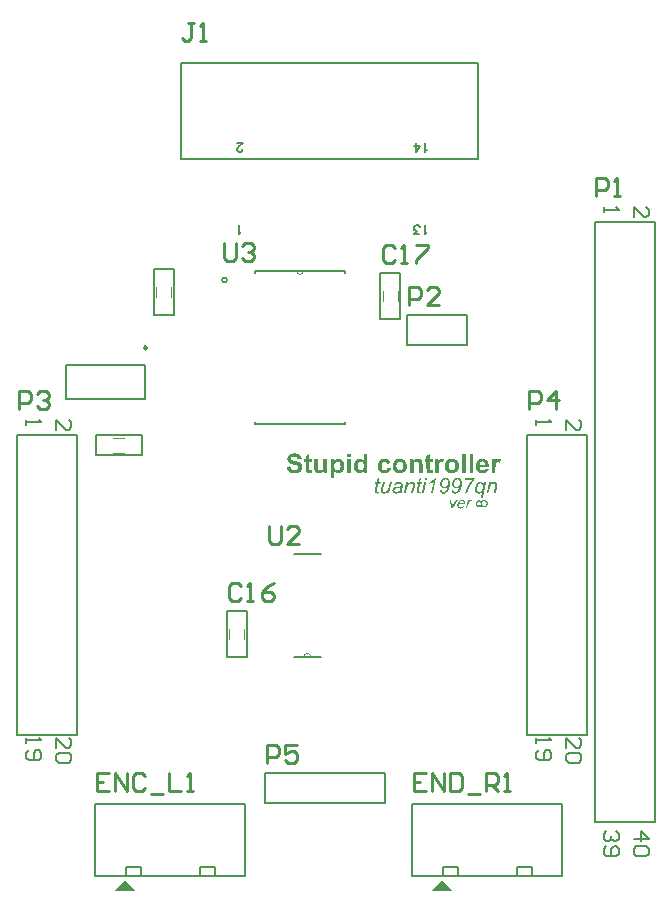
<source format=gto>
G04*
G04 #@! TF.GenerationSoftware,Altium Limited,Altium Designer,18.1.5 (160)*
G04*
G04 Layer_Color=65535*
%FSTAX24Y24*%
%MOIN*%
G70*
G01*
G75*
%ADD10C,0.0098*%
%ADD11C,0.0000*%
%ADD12C,0.0060*%
%ADD13C,0.0050*%
%ADD14C,0.0040*%
%ADD15C,0.0079*%
%ADD16C,0.0070*%
%ADD17C,0.0080*%
%ADD18C,0.0100*%
G36*
X007936Y01975D02*
X008646D01*
X008296Y0201D01*
Y02011D01*
X007936Y01975D01*
D02*
G37*
G36*
X018506D02*
X019216D01*
X018866Y0201D01*
Y02011D01*
X018506Y01975D01*
D02*
G37*
G36*
X02027Y032797D02*
X020274Y032797D01*
X020279Y032796D01*
X020291Y032794D01*
X020303Y032789D01*
X02031Y032787D01*
X020318Y032783D01*
X020325Y032779D01*
X020332Y032775D01*
X020338Y032769D01*
X020344Y032763D01*
X020345Y032762D01*
X020346Y032761D01*
X020347Y032759D01*
X02035Y032756D01*
X020352Y032753D01*
X020355Y032749D01*
X020358Y032744D01*
X020361Y032738D01*
X020364Y032732D01*
X020367Y032725D01*
X02037Y032717D01*
X020373Y032709D01*
X020375Y032701D01*
X020377Y032691D01*
X020377Y032682D01*
X020378Y032671D01*
Y032666D01*
X020377Y032662D01*
X020377Y032657D01*
X020376Y032651D01*
X020375Y032645D01*
X020374Y032638D01*
X02037Y032624D01*
X020367Y032616D01*
X020364Y032608D01*
X02036Y032601D01*
X020356Y032593D01*
X02035Y032586D01*
X020344Y032579D01*
X020344Y032579D01*
X020343Y032577D01*
X020341Y032576D01*
X020339Y032574D01*
X020335Y032571D01*
X020331Y032568D01*
X020326Y032565D01*
X020321Y032562D01*
X020315Y032559D01*
X020309Y032556D01*
X020295Y03255D01*
X020287Y032548D01*
X020278Y032546D01*
X02027Y032545D01*
X02026Y032545D01*
X02026D01*
X020258D01*
X020257D01*
X020254Y032545D01*
X020251D01*
X020247Y032546D01*
X020239Y032547D01*
X020229Y032549D01*
X020218Y032553D01*
X020208Y032557D01*
X020198Y032563D01*
X020197D01*
X020196Y032565D01*
X020194Y032567D01*
X020189Y032572D01*
X020184Y032577D01*
X020178Y032585D01*
X020172Y032594D01*
X020167Y032605D01*
X020162Y032618D01*
Y032617D01*
X020162Y032617D01*
X020161Y032613D01*
X020158Y032608D01*
X020155Y032601D01*
X02015Y032594D01*
X020145Y032587D01*
X020139Y03258D01*
X020132Y032574D01*
X020131Y032573D01*
X020129Y032572D01*
X020124Y032569D01*
X020119Y032567D01*
X020112Y032565D01*
X020103Y032562D01*
X020095Y03256D01*
X020085Y03256D01*
X020084D01*
X020083D01*
X020081D01*
X020078Y03256D01*
X020074Y032561D01*
X02007Y032562D01*
X02006Y032563D01*
X020049Y032567D01*
X020037Y032573D01*
X020031Y032576D01*
X020025Y03258D01*
X020019Y032584D01*
X020014Y03259D01*
X020013Y03259D01*
X020013Y032591D01*
X020011Y032593D01*
X020009Y032595D01*
X020007Y032598D01*
X020005Y032602D01*
X020002Y032606D01*
X019999Y032611D01*
X019994Y032622D01*
X01999Y032636D01*
X019986Y032652D01*
X019986Y03266D01*
X019985Y03267D01*
Y032675D01*
X019986Y032678D01*
Y032683D01*
X019987Y032687D01*
X019989Y032699D01*
X019992Y032712D01*
X019998Y032725D01*
X020001Y032732D01*
X020005Y032739D01*
X020009Y032745D01*
X020014Y032751D01*
X020015Y032752D01*
X020016Y032752D01*
X020017Y032754D01*
X02002Y032756D01*
X020023Y032758D01*
X020026Y032761D01*
X020034Y032767D01*
X020045Y032772D01*
X020057Y032777D01*
X020071Y032781D01*
X020078Y032782D01*
X020086Y032782D01*
X020087D01*
X020091D01*
X020095Y032782D01*
X020102Y03278D01*
X020109Y032779D01*
X020117Y032776D01*
X020125Y032773D01*
X020133Y032768D01*
X020133Y032768D01*
X020136Y032766D01*
X020139Y032762D01*
X020144Y032758D01*
X020148Y032752D01*
X020153Y032744D01*
X020158Y032735D01*
X020162Y032725D01*
Y032726D01*
X020163Y032727D01*
X020164Y032729D01*
X020165Y032731D01*
X020168Y032738D01*
X020171Y032745D01*
X020177Y032754D01*
X020183Y032763D01*
X020191Y032772D01*
X0202Y032779D01*
X020201Y03278D01*
X020205Y032782D01*
X02021Y032785D01*
X020217Y032789D01*
X020226Y032792D01*
X020237Y032795D01*
X020248Y032797D01*
X020261Y032798D01*
X020262D01*
X020264D01*
X020266D01*
X02027Y032797D01*
D02*
G37*
G36*
X019832Y032799D02*
X019836Y032798D01*
X019841Y032797D01*
X019847Y032795D01*
X019854Y032793D01*
X019861Y032789D01*
X019841Y032745D01*
X019841Y032746D01*
X019839Y032747D01*
X019837Y032748D01*
X019833Y03275D01*
X01983Y032752D01*
X019825Y032753D01*
X01982Y032754D01*
X019815Y032754D01*
X019813D01*
X01981Y032754D01*
X019805Y032753D01*
X019799Y032751D01*
X019791Y032747D01*
X019783Y032743D01*
X019774Y032736D01*
X019768Y032731D01*
X019764Y032726D01*
Y032726D01*
X019762Y032725D01*
X019761Y032723D01*
X01976Y032721D01*
X019757Y032718D01*
X019754Y032714D01*
X019752Y032709D01*
X019748Y032704D01*
X019745Y032697D01*
X019742Y03269D01*
X019738Y032681D01*
X019735Y032672D01*
X019731Y032662D01*
X019729Y032651D01*
X019725Y032639D01*
X019722Y032626D01*
X019699Y032515D01*
X019654D01*
X019712Y032793D01*
X019754D01*
X019742Y032737D01*
X019742Y032737D01*
Y032736D01*
X019742Y032737D01*
X019743Y032738D01*
X019744Y032739D01*
X019745Y032742D01*
X01975Y032747D01*
X019755Y032754D01*
X019762Y032762D01*
X019769Y03277D01*
X019776Y032777D01*
X019784Y032784D01*
X019785Y032784D01*
X019788Y032786D01*
X019792Y032789D01*
X019797Y032792D01*
X019803Y032794D01*
X01981Y032797D01*
X019818Y032799D01*
X019826Y0328D01*
X019829D01*
X019832Y032799D01*
D02*
G37*
G36*
X019209Y032515D02*
X019156D01*
X019111Y032793D01*
X019157D01*
X019181Y03264D01*
Y032639D01*
X019182Y032637D01*
Y032635D01*
X019182Y032632D01*
X019183Y032629D01*
X019183Y032625D01*
X019184Y03262D01*
X019184Y032615D01*
X019185Y032609D01*
X019186Y032602D01*
X019187Y032595D01*
X019188Y032587D01*
X019189Y032578D01*
X01919Y032568D01*
X019191Y032558D01*
Y032559D01*
X019191Y032559D01*
X019192Y032561D01*
X019193Y032563D01*
X019196Y032569D01*
X0192Y032577D01*
X019206Y032587D01*
X019211Y032599D01*
X019218Y032612D01*
X019225Y032626D01*
X019319Y032793D01*
X019369D01*
X019209Y032515D01*
D02*
G37*
G36*
X019521Y032799D02*
X019526Y032798D01*
X01953Y032798D01*
X019541Y032795D01*
X019554Y032792D01*
X019568Y032787D01*
X019574Y032783D01*
X019581Y032779D01*
X019587Y032774D01*
X019593Y032769D01*
X019593Y032768D01*
X019594Y032767D01*
X019596Y032766D01*
X019597Y032763D01*
X0196Y03276D01*
X019602Y032756D01*
X019605Y032752D01*
X019608Y032746D01*
X01961Y03274D01*
X019613Y032734D01*
X019616Y032727D01*
X019618Y03272D01*
X019621Y032703D01*
X019622Y032694D01*
X019623Y032684D01*
Y032683D01*
Y03268D01*
Y032676D01*
X019622Y032671D01*
X019621Y032664D01*
X019621Y032657D01*
X019619Y032642D01*
X019414D01*
Y032642D01*
Y032641D01*
X019413Y032638D01*
X019413Y032632D01*
Y032627D01*
Y032626D01*
Y032625D01*
Y032623D01*
X019413Y032621D01*
X019414Y032614D01*
X019415Y032605D01*
X019417Y032595D01*
X01942Y032585D01*
X019424Y032575D01*
X01943Y032567D01*
X019431Y032567D01*
X019434Y032564D01*
X019437Y032561D01*
X019442Y032557D01*
X019449Y032553D01*
X019456Y03255D01*
X019465Y032548D01*
X019475Y032547D01*
X019479D01*
X019483Y032547D01*
X01949Y032549D01*
X019497Y032551D01*
X019505Y032553D01*
X019513Y032557D01*
X019522Y032563D01*
X019523Y032563D01*
X019526Y032566D01*
X01953Y032569D01*
X019535Y032574D01*
X019542Y032581D01*
X019548Y032588D01*
X019554Y032598D01*
X019559Y032608D01*
X019605Y032604D01*
Y032604D01*
X019604Y032602D01*
X019604Y032601D01*
X019603Y032598D01*
X019602Y032595D01*
X0196Y032592D01*
X019596Y032583D01*
X01959Y032573D01*
X019582Y032562D01*
X019572Y03255D01*
X019566Y032544D01*
X019559Y032539D01*
X019559Y032538D01*
X019558Y032537D01*
X019556Y032536D01*
X019553Y032534D01*
X019549Y032532D01*
X019545Y032529D01*
X019541Y032526D01*
X019535Y032523D01*
X019523Y032518D01*
X019509Y032513D01*
X019492Y032509D01*
X019483Y032509D01*
X019474Y032508D01*
X019469D01*
X019463Y032509D01*
X019455Y03251D01*
X019447Y032512D01*
X019437Y032514D01*
X019427Y032518D01*
X019417Y032522D01*
X019416Y032523D01*
X019413Y032525D01*
X019409Y032528D01*
X019403Y032533D01*
X019396Y032539D01*
X01939Y032546D01*
X019384Y032554D01*
X019378Y032564D01*
Y032564D01*
X019378Y032565D01*
X019376Y032568D01*
X019374Y032574D01*
X019372Y032582D01*
X019369Y032591D01*
X019367Y032602D01*
X019365Y032614D01*
X019365Y032626D01*
Y032626D01*
Y032628D01*
Y03263D01*
X019365Y032633D01*
Y032638D01*
X019366Y032643D01*
X019366Y032648D01*
X019368Y032654D01*
X01937Y032667D01*
X019373Y032683D01*
X019379Y032698D01*
X019386Y032714D01*
Y032715D01*
X019387Y032716D01*
X019388Y032718D01*
X01939Y032721D01*
X019392Y032725D01*
X019394Y032729D01*
X0194Y032739D01*
X019409Y032749D01*
X019417Y03276D01*
X019428Y03277D01*
X01944Y032778D01*
X019441D01*
X019442Y03278D01*
X019444Y03278D01*
X019446Y032782D01*
X019449Y032783D01*
X019453Y032785D01*
X019462Y032789D01*
X019473Y032793D01*
X019485Y032796D01*
X019499Y032798D01*
X019513Y0328D01*
X019517D01*
X019521Y032799D01*
D02*
G37*
G36*
X018341Y033456D02*
X018278D01*
X018294Y033528D01*
X018356D01*
X018341Y033456D01*
D02*
G37*
G36*
X020613Y033393D02*
X020624Y033392D01*
X020635Y033389D01*
X020648Y033385D01*
X020659Y033379D01*
X020669Y03337D01*
X02067Y033369D01*
X020673Y033365D01*
X020677Y03336D01*
X020683Y033352D01*
X020687Y033343D01*
X020691Y033332D01*
X020694Y033318D01*
X020695Y033304D01*
Y033303D01*
Y0333D01*
X020694Y033295D01*
Y033288D01*
X020693Y033279D01*
X020691Y033268D01*
X020689Y033254D01*
X020686Y033239D01*
X020636Y033015D01*
X020573D01*
X020625Y03325D01*
Y033251D01*
Y033251D01*
X020626Y033255D01*
X020627Y033261D01*
X020629Y033269D01*
X020631Y033286D01*
X020633Y033293D01*
Y0333D01*
Y033301D01*
Y033304D01*
X020632Y033307D01*
X020631Y033311D01*
X02063Y033316D01*
X020627Y033322D01*
X020624Y033326D01*
X020619Y033331D01*
X020619Y033332D01*
X020617Y033333D01*
X020614Y033335D01*
X02061Y033337D01*
X020605Y033339D01*
X020598Y033341D01*
X020591Y033342D01*
X020582Y033343D01*
X020577D01*
X020573Y033342D01*
X020569D01*
X020564Y033341D01*
X020552Y033338D01*
X020539Y033334D01*
X020524Y033328D01*
X020509Y033319D01*
X020501Y033314D01*
X020494Y033308D01*
X020493Y033307D01*
X020492Y033306D01*
X02049Y033304D01*
X020487Y0333D01*
X020484Y033297D01*
X02048Y033292D01*
X020477Y033286D01*
X020472Y033279D01*
X020467Y033272D01*
X020462Y033263D01*
X020458Y033253D01*
X020453Y033242D01*
X020448Y03323D01*
X020444Y033217D01*
X020441Y033203D01*
X020437Y033187D01*
X020401Y033015D01*
X020338D01*
X020416Y033386D01*
X020473D01*
X020459Y033322D01*
X02046Y033322D01*
X020461Y033323D01*
X020466Y033328D01*
X020473Y033335D01*
X020483Y033343D01*
X020494Y033352D01*
X020505Y033361D01*
X020518Y03337D01*
X02053Y033377D01*
X020532Y033378D01*
X020536Y03338D01*
X020543Y033382D01*
X020551Y033386D01*
X020561Y03339D01*
X020573Y033392D01*
X020585Y033394D01*
X020598Y033395D01*
X020605D01*
X020613Y033393D01*
D02*
G37*
G36*
X017865Y033393D02*
X017876Y033392D01*
X017887Y033389D01*
X017899Y033385D01*
X017911Y033379D01*
X017921Y03337D01*
X017922Y033369D01*
X017925Y033365D01*
X017929Y03336D01*
X017934Y033352D01*
X017939Y033343D01*
X017943Y033332D01*
X017946Y033318D01*
X017947Y033304D01*
Y033303D01*
Y0333D01*
X017946Y033295D01*
Y033288D01*
X017945Y033279D01*
X017943Y033268D01*
X017941Y033254D01*
X017937Y033239D01*
X017887Y033015D01*
X017825D01*
X017877Y03325D01*
Y033251D01*
Y033251D01*
X017878Y033255D01*
X017879Y033261D01*
X01788Y033269D01*
X017883Y033286D01*
X017884Y033293D01*
Y0333D01*
Y033301D01*
Y033304D01*
X017884Y033307D01*
X017883Y033311D01*
X017881Y033316D01*
X017879Y033322D01*
X017876Y033326D01*
X017871Y033331D01*
X01787Y033332D01*
X017869Y033333D01*
X017866Y033335D01*
X017862Y033337D01*
X017856Y033339D01*
X01785Y033341D01*
X017842Y033342D01*
X017834Y033343D01*
X017829D01*
X017825Y033342D01*
X017821D01*
X017816Y033341D01*
X017804Y033338D01*
X017791Y033334D01*
X017776Y033328D01*
X01776Y033319D01*
X017753Y033314D01*
X017745Y033308D01*
X017745Y033307D01*
X017744Y033306D01*
X017741Y033304D01*
X017739Y0333D01*
X017736Y033297D01*
X017732Y033292D01*
X017728Y033286D01*
X017723Y033279D01*
X017719Y033272D01*
X017714Y033263D01*
X017709Y033253D01*
X017705Y033242D01*
X0177Y03323D01*
X017696Y033217D01*
X017692Y033203D01*
X017688Y033187D01*
X017652Y033015D01*
X01759D01*
X017667Y033386D01*
X017724D01*
X017711Y033322D01*
X017712Y033322D01*
X017713Y033323D01*
X017717Y033328D01*
X017725Y033335D01*
X017734Y033343D01*
X017745Y033352D01*
X017757Y033361D01*
X01777Y03337D01*
X017782Y033377D01*
X017784Y033378D01*
X017788Y03338D01*
X017795Y033382D01*
X017803Y033386D01*
X017813Y03339D01*
X017824Y033392D01*
X017837Y033394D01*
X017849Y033395D01*
X017857D01*
X017865Y033393D01*
D02*
G37*
G36*
X019378Y033529D02*
X019383Y033528D01*
X01939Y033527D01*
X019404Y033523D01*
X019421Y033518D01*
X01943Y033514D01*
X019439Y033509D01*
X019448Y033504D01*
X019457Y033497D01*
X019465Y03349D01*
X019473Y033482D01*
X019474Y033481D01*
X019474Y033479D01*
X019477Y033477D01*
X019479Y033473D01*
X019483Y033468D01*
X019486Y033462D01*
X01949Y033455D01*
X019494Y033447D01*
X019498Y033439D01*
X019502Y033429D01*
X019506Y033418D01*
X019509Y033406D01*
X019511Y033393D01*
X019514Y033379D01*
X019514Y033365D01*
X019515Y033349D01*
Y033348D01*
Y033345D01*
Y03334D01*
X019514Y033335D01*
Y033327D01*
X019514Y033318D01*
X019513Y033308D01*
X019512Y033297D01*
X01951Y033285D01*
X019508Y033272D01*
X019503Y033244D01*
X019496Y033215D01*
X019487Y033184D01*
Y033183D01*
X019485Y03318D01*
X019484Y033175D01*
X019481Y033168D01*
X019478Y033161D01*
X019474Y033151D01*
X019469Y033141D01*
X019464Y03313D01*
X01945Y033108D01*
X019435Y033084D01*
X019417Y033062D01*
X019407Y033052D01*
X019397Y033043D01*
X019396D01*
X019395Y033041D01*
X019392Y03304D01*
X019389Y033037D01*
X019385Y033034D01*
X019379Y033031D01*
X019373Y033028D01*
X019367Y033025D01*
X019351Y033018D01*
X019333Y033012D01*
X019314Y033008D01*
X019303Y033007D01*
X019293Y033006D01*
X019287D01*
X019284Y033007D01*
X019279D01*
X019274Y033008D01*
X019262Y03301D01*
X019248Y033014D01*
X019234Y03302D01*
X019219Y033028D01*
X019206Y033039D01*
Y03304D01*
X019204Y03304D01*
X0192Y033045D01*
X019195Y033052D01*
X019189Y033063D01*
X019182Y033076D01*
X019176Y033092D01*
X019171Y033111D01*
X019168Y033133D01*
X019228Y033139D01*
Y033138D01*
Y033137D01*
X019228Y033135D01*
X019229Y033132D01*
X019231Y033124D01*
X019233Y033115D01*
X019236Y033104D01*
X01924Y033094D01*
X019246Y033085D01*
X019252Y033077D01*
X019253Y033076D01*
X019255Y033074D01*
X019259Y033072D01*
X019264Y033069D01*
X019271Y033065D01*
X019278Y033062D01*
X019287Y03306D01*
X019296Y033059D01*
X019298D01*
X019303Y03306D01*
X01931Y033061D01*
X019318Y033063D01*
X019328Y033067D01*
X01934Y033072D01*
X019352Y03308D01*
X019364Y03309D01*
X019364Y033091D01*
X019366Y033093D01*
X019368Y033095D01*
X019371Y033099D01*
X019375Y033104D01*
X019379Y03311D01*
X019384Y033116D01*
X019389Y033124D01*
X019395Y033133D01*
X0194Y033143D01*
X019406Y033154D01*
X019412Y033166D01*
X019417Y033179D01*
X019422Y033193D01*
X019427Y033208D01*
X019432Y033223D01*
X01943Y033222D01*
X019426Y033219D01*
X01942Y033215D01*
X019413Y03321D01*
X019403Y033204D01*
X019394Y033199D01*
X019384Y033194D01*
X019375Y03319D01*
X019374Y033189D01*
X019371Y033188D01*
X019365Y033186D01*
X019359Y033185D01*
X019352Y033183D01*
X019343Y033181D01*
X019334Y03318D01*
X019325Y033179D01*
X01932D01*
X019317Y03318D01*
X019308Y033181D01*
X019296Y033183D01*
X019283Y033187D01*
X019269Y033193D01*
X019254Y033201D01*
X01924Y033211D01*
X019239Y033211D01*
X019238Y033212D01*
X019236Y033215D01*
X019232Y033218D01*
X019229Y033222D01*
X019225Y033228D01*
X019221Y033233D01*
X019216Y03324D01*
X019211Y033248D01*
X019207Y033258D01*
X019203Y033267D01*
X0192Y033277D01*
X019196Y033289D01*
X019194Y0333D01*
X019193Y033314D01*
X019192Y033328D01*
Y033329D01*
Y033332D01*
X019193Y033336D01*
Y033343D01*
X019193Y03335D01*
X019195Y033358D01*
X019196Y033368D01*
X019199Y033379D01*
X019202Y03339D01*
X019206Y033402D01*
X01921Y033415D01*
X019215Y033427D01*
X019222Y03344D01*
X019229Y033452D01*
X019238Y033465D01*
X019248Y033476D01*
X019249Y033477D01*
X01925Y033479D01*
X019253Y033481D01*
X019257Y033485D01*
X019261Y033489D01*
X019267Y033493D01*
X019274Y033498D01*
X019281Y033503D01*
X019289Y033507D01*
X019299Y033513D01*
X019319Y033521D01*
X01933Y033525D01*
X019342Y033527D01*
X019354Y033529D01*
X019367Y033529D01*
X019374D01*
X019378Y033529D01*
D02*
G37*
G36*
X01898D02*
X018985Y033528D01*
X018992Y033527D01*
X019006Y033523D01*
X019023Y033518D01*
X019032Y033514D01*
X01904Y033509D01*
X01905Y033504D01*
X019058Y033497D01*
X019067Y03349D01*
X019075Y033482D01*
X019075Y033481D01*
X019076Y033479D01*
X019079Y033477D01*
X019081Y033473D01*
X019085Y033468D01*
X019088Y033462D01*
X019092Y033455D01*
X019096Y033447D01*
X0191Y033439D01*
X019104Y033429D01*
X019107Y033418D01*
X019111Y033406D01*
X019113Y033393D01*
X019115Y033379D01*
X019116Y033365D01*
X019117Y033349D01*
Y033348D01*
Y033345D01*
Y03334D01*
X019116Y033335D01*
Y033327D01*
X019115Y033318D01*
X019114Y033308D01*
X019114Y033297D01*
X019112Y033285D01*
X01911Y033272D01*
X019105Y033244D01*
X019098Y033215D01*
X019089Y033184D01*
Y033183D01*
X019087Y03318D01*
X019086Y033175D01*
X019082Y033168D01*
X019079Y033161D01*
X019075Y033151D01*
X019071Y033141D01*
X019065Y03313D01*
X019052Y033108D01*
X019036Y033084D01*
X019019Y033062D01*
X019009Y033052D01*
X018999Y033043D01*
X018998D01*
X018997Y033041D01*
X018994Y03304D01*
X018991Y033037D01*
X018986Y033034D01*
X018981Y033031D01*
X018975Y033028D01*
X018968Y033025D01*
X018953Y033018D01*
X018935Y033012D01*
X018915Y033008D01*
X018905Y033007D01*
X018894Y033006D01*
X018889D01*
X018886Y033007D01*
X018881D01*
X018875Y033008D01*
X018864Y03301D01*
X01885Y033014D01*
X018836Y03302D01*
X018821Y033028D01*
X018808Y033039D01*
Y03304D01*
X018806Y03304D01*
X018802Y033045D01*
X018797Y033052D01*
X01879Y033063D01*
X018783Y033076D01*
X018778Y033092D01*
X018773Y033111D01*
X01877Y033133D01*
X018829Y033139D01*
Y033138D01*
Y033137D01*
X01883Y033135D01*
X018831Y033132D01*
X018832Y033124D01*
X018835Y033115D01*
X018838Y033104D01*
X018842Y033094D01*
X018847Y033085D01*
X018854Y033077D01*
X018854Y033076D01*
X018857Y033074D01*
X018861Y033072D01*
X018866Y033069D01*
X018872Y033065D01*
X01888Y033062D01*
X018889Y03306D01*
X018898Y033059D01*
X0189D01*
X018904Y03306D01*
X018911Y033061D01*
X01892Y033063D01*
X01893Y033067D01*
X018942Y033072D01*
X018954Y03308D01*
X018965Y03309D01*
X018966Y033091D01*
X018968Y033093D01*
X01897Y033095D01*
X018973Y033099D01*
X018977Y033104D01*
X018981Y03311D01*
X018986Y033116D01*
X018991Y033124D01*
X018997Y033133D01*
X019002Y033143D01*
X019007Y033154D01*
X019014Y033166D01*
X019019Y033179D01*
X019024Y033193D01*
X019029Y033208D01*
X019033Y033223D01*
X019032Y033222D01*
X019028Y033219D01*
X019022Y033215D01*
X019014Y03321D01*
X019005Y033204D01*
X018996Y033199D01*
X018986Y033194D01*
X018976Y03319D01*
X018975Y033189D01*
X018972Y033188D01*
X018967Y033186D01*
X018961Y033185D01*
X018954Y033183D01*
X018945Y033181D01*
X018936Y03318D01*
X018926Y033179D01*
X018922D01*
X018918Y03318D01*
X01891Y033181D01*
X018898Y033183D01*
X018885Y033187D01*
X018871Y033193D01*
X018856Y033201D01*
X018842Y033211D01*
X018841Y033211D01*
X01884Y033212D01*
X018837Y033215D01*
X018834Y033218D01*
X018831Y033222D01*
X018826Y033228D01*
X018822Y033233D01*
X018818Y03324D01*
X018813Y033248D01*
X018809Y033258D01*
X018804Y033267D01*
X018801Y033277D01*
X018798Y033289D01*
X018796Y0333D01*
X018794Y033314D01*
X018793Y033328D01*
Y033329D01*
Y033332D01*
X018794Y033336D01*
Y033343D01*
X018795Y03335D01*
X018797Y033358D01*
X018798Y033368D01*
X0188Y033379D01*
X018804Y03339D01*
X018808Y033402D01*
X018811Y033415D01*
X018817Y033427D01*
X018824Y03344D01*
X018831Y033452D01*
X01884Y033465D01*
X01885Y033476D01*
X01885Y033477D01*
X018852Y033479D01*
X018854Y033481D01*
X018858Y033485D01*
X018863Y033489D01*
X018868Y033493D01*
X018875Y033498D01*
X018882Y033503D01*
X018891Y033507D01*
X0189Y033513D01*
X018921Y033521D01*
X018932Y033525D01*
X018943Y033527D01*
X018956Y033529D01*
X018969Y033529D01*
X018975D01*
X01898Y033529D01*
D02*
G37*
G36*
X017091Y033015D02*
X017033D01*
X017046Y033082D01*
X017046Y033081D01*
X017043Y033079D01*
X01704Y033075D01*
X017035Y03307D01*
X017029Y033065D01*
X017021Y033058D01*
X017014Y033051D01*
X017004Y033044D01*
X016995Y033037D01*
X016984Y03303D01*
X016973Y033024D01*
X016961Y033018D01*
X016949Y033013D01*
X016936Y033009D01*
X016924Y033007D01*
X01691Y033006D01*
X016907D01*
X016903Y033007D01*
X016896Y033008D01*
X016885Y033009D01*
X016874Y033012D01*
X016862Y033016D01*
X016851Y033022D01*
X01684Y03303D01*
X016839Y033031D01*
X016836Y033035D01*
X016832Y03304D01*
X016828Y033047D01*
X016822Y033056D01*
X016818Y033066D01*
X016815Y033078D01*
X016814Y033091D01*
Y033092D01*
Y033096D01*
X016815Y033101D01*
X016816Y03311D01*
X016818Y033121D01*
X01682Y033135D01*
X016823Y033152D01*
X016825Y033161D01*
X016828Y033172D01*
X016876Y033386D01*
X016939D01*
X016885Y033145D01*
Y033144D01*
X016885Y03314D01*
X016884Y033135D01*
X016882Y033128D01*
X016882Y033121D01*
X01688Y033113D01*
X016879Y033105D01*
Y033098D01*
Y033097D01*
Y033095D01*
X01688Y033091D01*
X016881Y033087D01*
X016882Y033083D01*
X016885Y033077D01*
X016888Y033072D01*
X016892Y033068D01*
X016892Y033067D01*
X016894Y033066D01*
X016897Y033065D01*
X016902Y033063D01*
X016907Y033061D01*
X016914Y033059D01*
X016921Y033058D01*
X01693Y033058D01*
X016935D01*
X01694Y033058D01*
X016946Y033059D01*
X016954Y033061D01*
X016964Y033063D01*
X016973Y033066D01*
X016982Y03307D01*
X016983Y033071D01*
X016987Y033072D01*
X016992Y033076D01*
X016998Y033079D01*
X017004Y033084D01*
X017012Y03309D01*
X01702Y033097D01*
X017027Y033105D01*
X017028Y033106D01*
X01703Y033109D01*
X017033Y033114D01*
X017038Y03312D01*
X017042Y033127D01*
X017048Y033136D01*
X017053Y033146D01*
X017057Y033157D01*
Y033158D01*
X017059Y033161D01*
X01706Y033165D01*
X017062Y033172D01*
X017065Y033182D01*
X017068Y033193D01*
X017071Y033208D01*
X017075Y033225D01*
X01711Y033386D01*
X017173D01*
X017091Y033015D01*
D02*
G37*
G36*
X019932Y033463D02*
X019931Y033462D01*
X019928Y03346D01*
X019924Y033455D01*
X019918Y03345D01*
X019911Y033443D01*
X019902Y033433D01*
X019893Y033423D01*
X019883Y033412D01*
X019872Y033399D01*
X01986Y033385D01*
X019849Y033369D01*
X019836Y033352D01*
X019824Y033334D01*
X019812Y033315D01*
X019799Y033295D01*
X019788Y033274D01*
X019787Y033272D01*
X019785Y033268D01*
X019781Y033261D01*
X019776Y033251D01*
X01977Y033239D01*
X019763Y033225D01*
X019756Y033209D01*
X019748Y033191D01*
X01974Y033172D01*
X019731Y033152D01*
X019724Y03313D01*
X019716Y033108D01*
X019701Y033062D01*
X019695Y033038D01*
X019689Y033015D01*
X019623D01*
Y033015D01*
X019624Y033017D01*
Y03302D01*
X019624Y033024D01*
X019625Y033029D01*
X019627Y033035D01*
X019628Y033042D01*
X01963Y03305D01*
X019632Y033058D01*
X019635Y033068D01*
X019641Y033089D01*
X019649Y033112D01*
X019658Y033139D01*
X019659Y03314D01*
X01966Y033143D01*
X019661Y033147D01*
X019664Y033154D01*
X019667Y033162D01*
X019671Y033172D01*
X019676Y033182D01*
X019681Y033194D01*
X019687Y033207D01*
X019693Y03322D01*
X019708Y03325D01*
X019724Y033282D01*
X019743Y033314D01*
X019744Y033315D01*
X019745Y033318D01*
X019749Y033322D01*
X019753Y033329D01*
X019757Y033336D01*
X019763Y033344D01*
X01977Y033354D01*
X019778Y033365D01*
X019795Y033388D01*
X019815Y033413D01*
X019837Y033439D01*
X01986Y033463D01*
X019605D01*
X019617Y033521D01*
X019944D01*
X019932Y033463D01*
D02*
G37*
G36*
X018558Y033015D02*
X018496D01*
X018577Y033401D01*
X018576Y0334D01*
X018575Y0334D01*
X018572Y033397D01*
X018568Y033394D01*
X018562Y033391D01*
X018555Y033387D01*
X018547Y033382D01*
X018539Y033378D01*
X018529Y033372D01*
X018518Y033367D01*
X018505Y033361D01*
X018493Y033356D01*
X018478Y03335D01*
X018463Y033346D01*
X018447Y03334D01*
X01843Y033336D01*
X018441Y033393D01*
X018442D01*
X018444Y033393D01*
X018446Y033395D01*
X018449Y033396D01*
X018454Y033398D01*
X018458Y0334D01*
X01847Y033406D01*
X018484Y033413D01*
X018501Y033422D01*
X018517Y033431D01*
X018534Y033442D01*
X018535D01*
X018536Y033443D01*
X018539Y033445D01*
X018542Y033447D01*
X01855Y033453D01*
X01856Y03346D01*
X018571Y033468D01*
X018583Y033477D01*
X018594Y033486D01*
X018603Y033495D01*
X018604Y033496D01*
X018605Y033497D01*
X018608Y0335D01*
X018611Y033504D01*
X018615Y03351D01*
X01862Y033515D01*
X018629Y033529D01*
X018666D01*
X018558Y033015D01*
D02*
G37*
G36*
X018249D02*
X018187D01*
X018264Y033386D01*
X018326D01*
X018249Y033015D01*
D02*
G37*
G36*
X017417Y033394D02*
X017423D01*
X01743Y033393D01*
X017445Y033391D01*
X017463Y033387D01*
X017481Y033381D01*
X017498Y033372D01*
X017506Y033368D01*
X017514Y033361D01*
X017516Y033361D01*
X017519Y033357D01*
X017524Y033352D01*
X01753Y033344D01*
X017535Y033336D01*
X017541Y033325D01*
X017544Y033312D01*
X017545Y033298D01*
Y033297D01*
Y033293D01*
X017545Y033286D01*
Y033279D01*
X017543Y033268D01*
X017542Y033256D01*
X017539Y033243D01*
X017536Y033229D01*
X017516Y033136D01*
Y033136D01*
Y033135D01*
X017515Y033133D01*
X017514Y033129D01*
X017513Y033121D01*
X017511Y033111D01*
X017509Y0331D01*
X017508Y033088D01*
X017507Y033076D01*
X017506Y033065D01*
Y033064D01*
Y033062D01*
X017507Y033058D01*
Y033052D01*
X017508Y033045D01*
X017509Y033037D01*
X017511Y033026D01*
X017513Y033015D01*
X01745D01*
Y033015D01*
X017449Y033018D01*
X017449Y033022D01*
X017447Y033027D01*
X017446Y033034D01*
X017445Y033042D01*
X017444Y033051D01*
X017443Y033061D01*
X017442Y033059D01*
X017438Y033056D01*
X017431Y033051D01*
X017423Y033044D01*
X017413Y033038D01*
X017402Y033031D01*
X017391Y033024D01*
X017379Y033019D01*
X017378Y033018D01*
X017374Y033017D01*
X017367Y033015D01*
X01736Y033012D01*
X01735Y03301D01*
X017339Y033008D01*
X017327Y033007D01*
X017314Y033006D01*
X01731D01*
X017306Y033007D01*
X017301D01*
X017296Y033008D01*
X017285Y03301D01*
X01727Y033013D01*
X017257Y033019D01*
X017243Y033026D01*
X017231Y033036D01*
X017229Y033037D01*
X017226Y033041D01*
X017221Y033048D01*
X017215Y033057D01*
X01721Y033069D01*
X017204Y033082D01*
X017201Y033097D01*
X017199Y033114D01*
Y033115D01*
Y033119D01*
X0172Y033125D01*
X017201Y033133D01*
X017203Y033141D01*
X017206Y03315D01*
X017209Y033159D01*
X017213Y033168D01*
X017214Y033169D01*
X017216Y033172D01*
X017219Y033177D01*
X017224Y033183D01*
X017229Y033189D01*
X017235Y033195D01*
X017242Y033201D01*
X017251Y033207D01*
X017252Y033208D01*
X017255Y033209D01*
X01726Y033211D01*
X017267Y033215D01*
X017275Y033218D01*
X017285Y033222D01*
X017296Y033226D01*
X017309Y033228D01*
X01731D01*
X017313Y033229D01*
X017319Y033229D01*
X017327Y03323D01*
X017338Y033232D01*
X017345Y033233D01*
X017352D01*
X01736Y033233D01*
X017369Y033234D01*
X017379D01*
X01739Y033235D01*
X017395D01*
X0174Y033236D01*
X017405D01*
X01741Y033236D01*
X017424Y033237D01*
X017438Y033239D01*
X017452Y033241D01*
X017465Y033244D01*
X01747Y033246D01*
X017476Y033247D01*
Y033248D01*
X017477Y033252D01*
X017478Y033257D01*
X01748Y033262D01*
X017481Y033269D01*
X017482Y033276D01*
X017484Y033283D01*
Y03329D01*
Y033291D01*
Y033294D01*
X017483Y033298D01*
X017481Y033304D01*
X01748Y033309D01*
X017477Y033315D01*
X017473Y033321D01*
X017467Y033325D01*
X017467Y033326D01*
X017463Y033329D01*
X017458Y033331D01*
X017451Y033335D01*
X017442Y033338D01*
X017431Y03334D01*
X017417Y033343D01*
X017402Y033343D01*
X017396D01*
X017388Y033343D01*
X017379Y033341D01*
X017369Y033339D01*
X017358Y033336D01*
X017347Y033332D01*
X017337Y033325D01*
X017336Y033325D01*
X017333Y033322D01*
X017328Y033318D01*
X017323Y033312D01*
X017317Y033305D01*
X01731Y033297D01*
X017305Y033287D01*
X0173Y033275D01*
X017237Y033281D01*
Y033282D01*
X017238Y033283D01*
X017239Y033286D01*
X017241Y03329D01*
X017242Y033294D01*
X017246Y0333D01*
X017252Y033312D01*
X01726Y033325D01*
X017271Y03334D01*
X017284Y033353D01*
X017299Y033365D01*
X017299D01*
X017301Y033367D01*
X017303Y033368D01*
X017306Y03337D01*
X01731Y033372D01*
X017315Y033375D01*
X017321Y033377D01*
X017328Y03338D01*
X017343Y033386D01*
X017362Y03339D01*
X017382Y033393D01*
X017406Y033395D01*
X017412D01*
X017417Y033394D01*
D02*
G37*
G36*
X018134Y033386D02*
X018196D01*
X018185Y033337D01*
X018123D01*
X01808Y033132D01*
Y033131D01*
Y03313D01*
X018079Y033126D01*
X018078Y033119D01*
X018076Y033111D01*
X018075Y033103D01*
X018073Y033096D01*
X018073Y033089D01*
X018072Y033085D01*
Y033084D01*
Y033083D01*
X018073Y033079D01*
X018074Y033073D01*
X018078Y033068D01*
X01808Y033067D01*
X018084Y033065D01*
X018091Y033063D01*
X0181Y033062D01*
X018107D01*
X018112Y033063D01*
X018124Y033064D01*
X018137Y033065D01*
X018126Y033015D01*
X018126D01*
X018123Y033014D01*
X018118Y033013D01*
X018112Y033012D01*
X018106Y033011D01*
X018098Y033009D01*
X018083Y033008D01*
X018076D01*
X018069Y033009D01*
X018061Y033011D01*
X018051Y033013D01*
X018041Y033016D01*
X018031Y03302D01*
X018022Y033026D01*
X018021Y033027D01*
X018019Y033029D01*
X018016Y033032D01*
X018014Y033037D01*
X018011Y033042D01*
X018008Y033048D01*
X018006Y033056D01*
X018005Y033065D01*
Y033065D01*
Y033067D01*
X018006Y033071D01*
X018007Y033076D01*
X018008Y033084D01*
X018009Y033094D01*
X018012Y033106D01*
X018015Y033121D01*
X01806Y033337D01*
X01801D01*
X01802Y033386D01*
X01807D01*
X018089Y033477D01*
X018162Y033521D01*
X018134Y033386D01*
D02*
G37*
G36*
X016739D02*
X016802D01*
X016791Y033337D01*
X016729D01*
X016686Y033132D01*
Y033131D01*
Y03313D01*
X016685Y033126D01*
X016684Y033119D01*
X016682Y033111D01*
X016681Y033103D01*
X016679Y033096D01*
X016679Y033089D01*
X016678Y033085D01*
Y033084D01*
Y033083D01*
X016679Y033079D01*
X01668Y033073D01*
X016684Y033068D01*
X016686Y033067D01*
X016689Y033065D01*
X016696Y033063D01*
X016706Y033062D01*
X016713D01*
X016718Y033063D01*
X01673Y033064D01*
X016743Y033065D01*
X016732Y033015D01*
X016732D01*
X016728Y033014D01*
X016724Y033013D01*
X016718Y033012D01*
X016712Y033011D01*
X016704Y033009D01*
X016689Y033008D01*
X016682D01*
X016675Y033009D01*
X016667Y033011D01*
X016657Y033013D01*
X016646Y033016D01*
X016637Y03302D01*
X016628Y033026D01*
X016627Y033027D01*
X016625Y033029D01*
X016622Y033032D01*
X01662Y033037D01*
X016617Y033042D01*
X016614Y033048D01*
X016612Y033056D01*
X016611Y033065D01*
Y033065D01*
Y033067D01*
X016612Y033071D01*
X016613Y033076D01*
X016614Y033084D01*
X016615Y033094D01*
X016618Y033106D01*
X016621Y033121D01*
X016666Y033337D01*
X016616D01*
X016626Y033386D01*
X016676D01*
X016695Y033477D01*
X016768Y033521D01*
X016739Y033386D01*
D02*
G37*
G36*
X020147Y033394D02*
X020156Y033393D01*
X020165Y03339D01*
X020175Y033386D01*
X020186Y033382D01*
X020196Y033375D01*
X020198Y033375D01*
X020201Y033372D01*
X020206Y033368D01*
X020213Y033361D01*
X02022Y033353D01*
X020227Y033343D01*
X020234Y033332D01*
X020241Y033318D01*
X020256Y033386D01*
X020311D01*
X020203Y032873D01*
X020141D01*
X020179Y033056D01*
X020178Y033055D01*
X020177Y033054D01*
X020173Y033051D01*
X02017Y033048D01*
X020165Y033044D01*
X020159Y03304D01*
X020146Y033031D01*
X02013Y033022D01*
X020113Y033014D01*
X020103Y033011D01*
X020094Y033008D01*
X020084Y033007D01*
X020075Y033006D01*
X02007D01*
X020066Y033007D01*
X020062Y033008D01*
X020057Y033008D01*
X020045Y033011D01*
X020031Y033015D01*
X020017Y033022D01*
X020009Y033027D01*
X020002Y033033D01*
X019995Y033038D01*
X019988Y033045D01*
Y033046D01*
X019987Y033047D01*
X019985Y033049D01*
X019983Y033052D01*
X019981Y033056D01*
X019977Y033062D01*
X019974Y033067D01*
X019971Y033074D01*
X019967Y033081D01*
X019964Y03309D01*
X019961Y033099D01*
X019959Y033108D01*
X019956Y033119D01*
X019955Y033131D01*
X019954Y033144D01*
X019953Y033157D01*
Y033158D01*
Y03316D01*
Y033164D01*
X019954Y033168D01*
Y033175D01*
X019955Y033182D01*
X019956Y03319D01*
X019956Y033199D01*
X019959Y033218D01*
X019964Y03324D01*
X019971Y033261D01*
X01998Y033283D01*
Y033283D01*
X019981Y033285D01*
X019983Y033288D01*
X019984Y033292D01*
X019988Y033297D01*
X019991Y033302D01*
X019999Y033315D01*
X020009Y033328D01*
X02002Y033342D01*
X020034Y033355D01*
X020049Y033367D01*
X020049D01*
X02005Y033368D01*
X020052Y033369D01*
X020056Y033372D01*
X020064Y033375D01*
X020075Y033381D01*
X020088Y033386D01*
X020103Y03339D01*
X020119Y033393D01*
X020135Y033395D01*
X020141D01*
X020147Y033394D01*
D02*
G37*
G36*
X015816Y034223D02*
X015693D01*
Y034336D01*
X015816D01*
Y034223D01*
D02*
G37*
G36*
X013948Y034346D02*
X013958Y034345D01*
X01397Y034344D01*
X013983Y034342D01*
X013996Y03434D01*
X014026Y034334D01*
X014056Y034324D01*
X014071Y034318D01*
X014084Y034311D01*
X014098Y034303D01*
X01411Y034293D01*
X014111Y034292D01*
X014112Y03429D01*
X014115Y034287D01*
X014119Y034283D01*
X014124Y034278D01*
X014129Y034271D01*
X014135Y034264D01*
X014141Y034255D01*
X014147Y034245D01*
X014152Y034234D01*
X014162Y034211D01*
X014166Y034197D01*
X01417Y034183D01*
X014173Y034167D01*
X014174Y034151D01*
X014044Y034147D01*
Y034148D01*
Y034148D01*
X014042Y034154D01*
X01404Y034163D01*
X014036Y034174D01*
X014031Y034186D01*
X014026Y034197D01*
X014018Y034208D01*
X014008Y034217D01*
X014007Y034218D01*
X014003Y034221D01*
X013997Y034224D01*
X013989Y034229D01*
X013977Y034232D01*
X013963Y034235D01*
X013947Y034238D01*
X013927Y034239D01*
X013918D01*
X013908Y034238D01*
X013895Y034236D01*
X013881Y034233D01*
X013867Y034229D01*
X013852Y034224D01*
X013839Y034216D01*
X013838Y034215D01*
X013836Y034213D01*
X013833Y03421D01*
X013829Y034205D01*
X013826Y034199D01*
X013823Y034192D01*
X013821Y034185D01*
X01382Y034176D01*
Y034175D01*
Y034172D01*
X013821Y034168D01*
X013822Y034162D01*
X013825Y034156D01*
X013828Y034149D01*
X013832Y034144D01*
X013838Y034137D01*
X013839Y034136D01*
X013843Y034133D01*
X013851Y034129D01*
X013856Y034127D01*
X013863Y034124D01*
X013869Y03412D01*
X013878Y034117D01*
X013887Y034113D01*
X013899Y03411D01*
X01391Y034107D01*
X013924Y034103D01*
X01394Y034098D01*
X013956Y034094D01*
X013957D01*
X01396Y034093D01*
X013965Y034092D01*
X013972Y03409D01*
X01398Y034088D01*
X013989Y034085D01*
X014009Y03408D01*
X014032Y034072D01*
X014055Y034066D01*
X014077Y034057D01*
X014087Y034053D01*
X014096Y034048D01*
X014097D01*
X014098Y034047D01*
X014104Y034044D01*
X014112Y034038D01*
X014121Y034031D01*
X014133Y034022D01*
X014145Y034011D01*
X014155Y033997D01*
X014166Y033983D01*
X014167Y033981D01*
X01417Y033976D01*
X014175Y033966D01*
X01418Y033954D01*
X014184Y03394D01*
X014189Y033922D01*
X014192Y033903D01*
X014193Y033881D01*
Y03388D01*
Y033878D01*
Y033875D01*
Y033871D01*
X014191Y033861D01*
X014189Y033847D01*
X014185Y033831D01*
X01418Y033814D01*
X014172Y033795D01*
X014161Y033777D01*
Y033776D01*
X01416Y033775D01*
X014155Y033769D01*
X014149Y03376D01*
X014139Y03375D01*
X014127Y033739D01*
X014112Y033727D01*
X014095Y033715D01*
X014074Y033705D01*
X014073D01*
X014072Y033704D01*
X014069Y033703D01*
X014065Y033701D01*
X014059Y0337D01*
X014053Y033699D01*
X014045Y033697D01*
X014036Y033695D01*
X014016Y03369D01*
X013992Y033687D01*
X013966Y033684D01*
X013936Y033683D01*
X013924D01*
X013915Y033684D01*
X013906Y033685D01*
X013894Y033686D01*
X013881Y033688D01*
X013867Y03369D01*
X013836Y033697D01*
X013821Y033701D01*
X013805Y033706D01*
X01379Y033713D01*
X013776Y03372D01*
X013761Y033729D01*
X013748Y033739D01*
X013747Y03374D01*
X013746Y033741D01*
X013743Y033744D01*
X013738Y033749D01*
X013733Y033755D01*
X013727Y033762D01*
X013721Y033771D01*
X013714Y03378D01*
X013707Y033791D01*
X013701Y033803D01*
X013695Y033817D01*
X013688Y033831D01*
X013683Y033847D01*
X013678Y033864D01*
X013674Y033883D01*
X013671Y033903D01*
X013797Y033915D01*
Y033914D01*
X013798Y033912D01*
Y033909D01*
X013799Y033904D01*
X013802Y033894D01*
X013807Y033879D01*
X013813Y033864D01*
X013821Y033849D01*
X01383Y033834D01*
X013842Y033822D01*
X013844Y033821D01*
X013849Y033817D01*
X013857Y033813D01*
X013868Y033807D01*
X013881Y033802D01*
X013897Y033797D01*
X013915Y033793D01*
X013937Y033792D01*
X013948D01*
X013958Y033793D01*
X013972Y033795D01*
X013988Y033799D01*
X014003Y033803D01*
X014018Y03381D01*
X014031Y033819D01*
X014031Y03382D01*
X014035Y033823D01*
X01404Y033828D01*
X014047Y033836D01*
X014053Y033845D01*
X014058Y033856D01*
X014062Y033867D01*
X014063Y03388D01*
Y033881D01*
Y033884D01*
X014062Y033888D01*
X014061Y033894D01*
X014057Y033905D01*
X014054Y033912D01*
X014049Y033918D01*
X014048Y033919D01*
X014046Y033921D01*
X014043Y033924D01*
X014038Y033928D01*
X014031Y033933D01*
X014024Y033937D01*
X014014Y033942D01*
X014002Y033946D01*
X014001D01*
X013997Y033948D01*
X01399Y03395D01*
X013981Y033953D01*
X013975Y033955D01*
X013967Y033957D01*
X013959Y033959D01*
X01395Y033962D01*
X013939Y033965D01*
X013927Y033968D01*
X013914Y033971D01*
X0139Y033975D01*
X013899D01*
X013895Y033976D01*
X01389Y033978D01*
X013883Y03398D01*
X013874Y033982D01*
X013865Y033985D01*
X013843Y033992D01*
X013819Y034001D01*
X013794Y034012D01*
X013773Y034025D01*
X013763Y034031D01*
X013754Y034038D01*
X013753Y034039D01*
X013751Y034041D01*
X013748Y034044D01*
X013746Y034048D01*
X013741Y034053D01*
X013736Y034059D01*
X013731Y034067D01*
X013725Y034074D01*
X013714Y034093D01*
X013705Y034115D01*
X013702Y034127D01*
X013699Y03414D01*
X013697Y034153D01*
X013696Y034167D01*
Y034168D01*
Y034169D01*
Y034172D01*
Y034176D01*
X013698Y034185D01*
X0137Y034197D01*
X013703Y034211D01*
X013707Y034227D01*
X013714Y034242D01*
X013723Y034259D01*
Y03426D01*
X013724Y034261D01*
X013728Y034266D01*
X013735Y034273D01*
X013744Y034283D01*
X013754Y034294D01*
X013768Y034305D01*
X013784Y034315D01*
X013802Y034324D01*
X013803D01*
X013804Y034325D01*
X013808Y034326D01*
X013812Y034328D01*
X013817Y034329D01*
X013823Y034331D01*
X013837Y034336D01*
X013856Y03434D01*
X013877Y034343D01*
X013902Y034346D01*
X013928Y034347D01*
X01394D01*
X013948Y034346D01*
D02*
G37*
G36*
X016367Y033695D02*
X016253D01*
Y033762D01*
X016252Y03376D01*
X016248Y033755D01*
X016241Y033748D01*
X016233Y03374D01*
X016224Y033731D01*
X016212Y03372D01*
X016199Y033711D01*
X016185Y033702D01*
X016183Y033701D01*
X016178Y0337D01*
X016171Y033697D01*
X016161Y033693D01*
X016149Y033689D01*
X016136Y033686D01*
X016122Y033684D01*
X016107Y033683D01*
X0161D01*
X016094Y033684D01*
X016087Y033685D01*
X016079Y033687D01*
X016061Y033691D01*
X016039Y033699D01*
X016027Y033703D01*
X016016Y03371D01*
X016004Y033717D01*
X015993Y033726D01*
X015982Y033736D01*
X015971Y033747D01*
X01597Y033748D01*
X015969Y03375D01*
X015966Y033754D01*
X015962Y033759D01*
X015958Y033766D01*
X015953Y033774D01*
X015947Y033783D01*
X015942Y033794D01*
X015938Y033806D01*
X015932Y03382D01*
X015927Y033834D01*
X015923Y033851D01*
X015919Y033867D01*
X015917Y033886D01*
X015915Y033906D01*
X015914Y033927D01*
Y033928D01*
Y033932D01*
Y033939D01*
X015915Y033946D01*
X015916Y033956D01*
X015917Y033968D01*
X015919Y033981D01*
X015921Y033993D01*
X015928Y034023D01*
X015938Y034053D01*
X015943Y034067D01*
X015951Y034081D01*
X015959Y034095D01*
X015969Y034107D01*
X01597Y034107D01*
X015972Y034109D01*
X015975Y034112D01*
X015979Y034116D01*
X015984Y034121D01*
X015991Y034126D01*
X015999Y034132D01*
X016007Y034138D01*
X016017Y034144D01*
X016027Y034149D01*
X016052Y034159D01*
X016064Y034163D01*
X016079Y034166D01*
X016094Y034168D01*
X016109Y034169D01*
X016117D01*
X016122Y034168D01*
X016129Y034167D01*
X016137Y034165D01*
X016155Y034161D01*
X016176Y034153D01*
X016187Y034148D01*
X016199Y034142D01*
X01621Y034134D01*
X016222Y034125D01*
X016233Y034115D01*
X016244Y034104D01*
Y034336D01*
X016367D01*
Y033695D01*
D02*
G37*
G36*
X020745Y034168D02*
X020756Y034166D01*
X020768Y034163D01*
X020782Y034159D01*
X020797Y034153D01*
X020812Y034146D01*
X020774Y034038D01*
X020773Y034039D01*
X020769Y034041D01*
X020762Y034045D01*
X020755Y034049D01*
X020745Y034052D01*
X020736Y034056D01*
X020726Y034058D01*
X020715Y034059D01*
X020711D01*
X020706Y034058D01*
X0207Y034057D01*
X020694Y034055D01*
X020686Y034053D01*
X020678Y034049D01*
X020671Y034044D01*
X02067Y034043D01*
X020668Y034041D01*
X020665Y034037D01*
X020661Y034032D01*
X020657Y034026D01*
X020652Y034016D01*
X020647Y034005D01*
X020643Y033992D01*
Y03399D01*
X020642Y033988D01*
X020641Y033985D01*
Y033981D01*
X02064Y033975D01*
X020639Y033967D01*
X020638Y033959D01*
X020637Y033949D01*
X020636Y033939D01*
X020635Y033926D01*
Y033911D01*
X020634Y033896D01*
X020633Y033878D01*
Y033859D01*
Y033837D01*
Y033695D01*
X02051D01*
Y034159D01*
X020624D01*
Y034094D01*
X020625Y034095D01*
X020629Y034101D01*
X020635Y034108D01*
X020642Y034118D01*
X02065Y034129D01*
X020659Y034139D01*
X020668Y034148D01*
X020677Y034154D01*
X020678Y034155D01*
X020681Y034156D01*
X020686Y034159D01*
X020693Y034162D01*
X0207Y034164D01*
X020709Y034167D01*
X020719Y034168D01*
X02073Y034169D01*
X020737D01*
X020745Y034168D01*
D02*
G37*
G36*
X018855D02*
X018866Y034166D01*
X018877Y034163D01*
X018892Y034159D01*
X018907Y034153D01*
X018921Y034146D01*
X018883Y034038D01*
X018882Y034039D01*
X018878Y034041D01*
X018871Y034045D01*
X018865Y034049D01*
X018855Y034052D01*
X018845Y034056D01*
X018835Y034058D01*
X018825Y034059D01*
X018821D01*
X018816Y034058D01*
X01881Y034057D01*
X018803Y034055D01*
X018795Y034053D01*
X018788Y034049D01*
X018781Y034044D01*
X01878Y034043D01*
X018778Y034041D01*
X018775Y034037D01*
X018771Y034032D01*
X018766Y034026D01*
X018761Y034016D01*
X018756Y034005D01*
X018752Y033992D01*
Y03399D01*
X018751Y033988D01*
X01875Y033985D01*
Y033981D01*
X018749Y033975D01*
X018748Y033967D01*
X018748Y033959D01*
X018747Y033949D01*
X018746Y033939D01*
X018745Y033926D01*
Y033911D01*
X018744Y033896D01*
X018743Y033878D01*
Y033859D01*
Y033837D01*
Y033695D01*
X01862D01*
Y034159D01*
X018734D01*
Y034094D01*
X018735Y034095D01*
X018739Y034101D01*
X018745Y034108D01*
X018751Y034118D01*
X018759Y034129D01*
X018768Y034139D01*
X018778Y034148D01*
X018787Y034154D01*
X018788Y034155D01*
X01879Y034156D01*
X018795Y034159D01*
X018802Y034162D01*
X01881Y034164D01*
X018819Y034167D01*
X018829Y034168D01*
X018839Y034169D01*
X018846D01*
X018855Y034168D01*
D02*
G37*
G36*
X01806D02*
X01807Y034167D01*
X018082Y034165D01*
X018095Y034163D01*
X018107Y034159D01*
X01812Y034154D01*
X018122Y034153D01*
X018126Y034151D01*
X018132Y034148D01*
X018138Y034145D01*
X018147Y034139D01*
X018155Y034132D01*
X018164Y034125D01*
X018171Y034116D01*
X018172Y034115D01*
X018174Y034112D01*
X018177Y034107D01*
X01818Y034102D01*
X018184Y034094D01*
X018188Y034085D01*
X018192Y034075D01*
X018195Y034065D01*
Y034064D01*
X018196Y03406D01*
X018197Y034053D01*
X018199Y034044D01*
X0182Y034032D01*
X018201Y034018D01*
X018202Y034001D01*
Y033983D01*
Y033695D01*
X018079D01*
Y033931D01*
Y033932D01*
Y033934D01*
Y033938D01*
Y033943D01*
Y033949D01*
Y033956D01*
X018078Y033971D01*
X018077Y033987D01*
X018075Y034003D01*
X018073Y034017D01*
X018072Y034023D01*
X01807Y034027D01*
Y034028D01*
X018069Y034031D01*
X018067Y034035D01*
X018064Y03404D01*
X018057Y034052D01*
X018045Y034063D01*
X018044Y034064D01*
X018042Y034065D01*
X018038Y034067D01*
X018033Y034069D01*
X018027Y034071D01*
X018019Y034073D01*
X018012Y034074D01*
X018003Y034075D01*
X017997D01*
X017991Y034074D01*
X017983Y034073D01*
X017975Y034071D01*
X017965Y034067D01*
X017955Y034064D01*
X017945Y034058D01*
X017944Y034057D01*
X017941Y034055D01*
X017937Y034051D01*
X017932Y034045D01*
X017927Y034038D01*
X017921Y03403D01*
X017915Y034022D01*
X017911Y034011D01*
Y03401D01*
X01791Y034005D01*
X017908Y033998D01*
X017907Y033987D01*
X017906Y033981D01*
X017905Y033973D01*
X017904Y033964D01*
X017903Y033954D01*
Y033944D01*
X017902Y033932D01*
Y033918D01*
Y033904D01*
Y033695D01*
X017779D01*
Y034159D01*
X017894D01*
Y034091D01*
X017894Y034092D01*
X017896Y034094D01*
X017899Y034098D01*
X017904Y034104D01*
X01791Y034109D01*
X017918Y034115D01*
X017926Y034123D01*
X017935Y03413D01*
X017946Y034137D01*
X017957Y034145D01*
X01797Y03415D01*
X017983Y034157D01*
X017998Y034162D01*
X018013Y034166D01*
X018029Y034168D01*
X018046Y034169D01*
X018053D01*
X01806Y034168D01*
D02*
G37*
G36*
X015414Y034168D02*
X015421Y034167D01*
X015429Y034166D01*
X015449Y034161D01*
X01547Y034153D01*
X015482Y034148D01*
X015494Y034142D01*
X015504Y034135D01*
X015516Y034126D01*
X015528Y034116D01*
X015538Y034105D01*
X015539Y034104D01*
X015541Y034102D01*
X015543Y034098D01*
X015547Y034093D01*
X015551Y034086D01*
X015556Y034078D01*
X015562Y034069D01*
X015567Y034059D01*
X015572Y034047D01*
X015577Y034033D01*
X015582Y034019D01*
X015586Y034003D01*
X01559Y033986D01*
X015593Y033968D01*
X015594Y033948D01*
X015595Y033928D01*
Y033927D01*
Y033923D01*
Y033917D01*
X015594Y033908D01*
X015593Y033899D01*
X015592Y033888D01*
X01559Y033875D01*
X015588Y033862D01*
X015581Y033833D01*
X015576Y033818D01*
X015571Y033803D01*
X015564Y033788D01*
X015557Y033774D01*
X015547Y03376D01*
X015537Y033747D01*
X015536Y033746D01*
X015535Y033744D01*
X015532Y033741D01*
X015528Y033738D01*
X015522Y033733D01*
X015515Y033727D01*
X015507Y033721D01*
X015499Y033715D01*
X015479Y033703D01*
X015455Y033693D01*
X015443Y033689D01*
X015429Y033686D01*
X015414Y033684D01*
X0154Y033683D01*
X015393D01*
X015386Y033684D01*
X015377Y033685D01*
X015367Y033687D01*
X015355Y033689D01*
X015342Y033693D01*
X015331Y033698D01*
X01533Y033699D01*
X015325Y0337D01*
X015319Y033704D01*
X015311Y03371D01*
X015301Y033717D01*
X01529Y033727D01*
X015278Y033738D01*
X015265Y03375D01*
Y033517D01*
X015142D01*
Y034159D01*
X015256D01*
Y034091D01*
X015257Y034093D01*
X01526Y034097D01*
X015265Y034103D01*
X015272Y03411D01*
X015281Y034119D01*
X015291Y034129D01*
X015302Y034138D01*
X015316Y034147D01*
X015318Y034148D01*
X015323Y03415D01*
X015331Y034153D01*
X015341Y034158D01*
X015353Y034162D01*
X015368Y034165D01*
X015384Y034168D01*
X015401Y034169D01*
X015409D01*
X015414Y034168D01*
D02*
G37*
G36*
X016948Y034168D02*
X016956D01*
X016963Y034167D01*
X016983Y034164D01*
X017004Y03416D01*
X017027Y034153D01*
X017048Y034145D01*
X017069Y034132D01*
X01707D01*
X017071Y03413D01*
X017078Y034125D01*
X017086Y034116D01*
X017097Y034105D01*
X017109Y034089D01*
X017121Y03407D01*
X017132Y034048D01*
X017142Y034022D01*
X017021Y034D01*
Y034002D01*
X01702Y034006D01*
X017018Y034012D01*
X017015Y03402D01*
X017011Y034028D01*
X017006Y034037D01*
X017Y034046D01*
X016993Y034054D01*
X016992Y034055D01*
X016989Y034057D01*
X016984Y03406D01*
X016978Y034064D01*
X016969Y034067D01*
X016959Y034069D01*
X016949Y034071D01*
X016936Y034072D01*
X016928D01*
X01692Y03407D01*
X01691Y034068D01*
X016898Y034065D01*
X016886Y034059D01*
X016874Y034051D01*
X016863Y03404D01*
X016862Y034038D01*
X016859Y034034D01*
X016854Y034026D01*
X016849Y034015D01*
X016844Y034D01*
X016839Y033982D01*
X016837Y03396D01*
X016836Y033947D01*
Y033934D01*
Y033933D01*
Y03393D01*
Y033926D01*
Y03392D01*
X016837Y033913D01*
X016837Y033905D01*
X016839Y033888D01*
X016842Y033868D01*
X016847Y03385D01*
X016854Y033831D01*
X016858Y033823D01*
X016863Y033817D01*
X016864Y033816D01*
X016868Y033812D01*
X016874Y033806D01*
X016882Y0338D01*
X016893Y033794D01*
X016906Y033788D01*
X01692Y033784D01*
X016937Y033783D01*
X016943D01*
X01695Y033784D01*
X016958Y033786D01*
X016966Y033788D01*
X016976Y033791D01*
X016986Y033796D01*
X016995Y033803D01*
X016996Y033804D01*
X016999Y033807D01*
X017002Y033812D01*
X017007Y033819D01*
X017012Y033828D01*
X017018Y03384D01*
X017023Y033855D01*
X017027Y033871D01*
X017148Y033851D01*
Y03385D01*
X017147Y033847D01*
X017146Y033843D01*
X017144Y033837D01*
X017142Y03383D01*
X017139Y033823D01*
X017131Y033804D01*
X017121Y033783D01*
X017109Y033762D01*
X017093Y033742D01*
X017084Y033734D01*
X017075Y033725D01*
X017074D01*
X017073Y033723D01*
X017069Y033721D01*
X017065Y033718D01*
X01706Y033715D01*
X017053Y033711D01*
X017045Y033708D01*
X017038Y033704D01*
X017028Y0337D01*
X017017Y033697D01*
X017005Y033693D01*
X016993Y03369D01*
X016964Y033685D01*
X016949Y033684D01*
X016932Y033683D01*
X016922D01*
X016916Y033684D01*
X016907Y033685D01*
X016897Y033686D01*
X016886Y033688D01*
X016874Y033691D01*
X016848Y033699D01*
X016835Y033703D01*
X016821Y033709D01*
X016807Y033717D01*
X016795Y033726D01*
X016782Y033736D01*
X01677Y033746D01*
X016769Y033747D01*
X016767Y033749D01*
X016764Y033753D01*
X01676Y033758D01*
X016756Y033765D01*
X016751Y033773D01*
X016746Y033782D01*
X01674Y033793D01*
X016734Y033805D01*
X016729Y033819D01*
X016723Y033833D01*
X016719Y033849D01*
X016715Y033866D01*
X016713Y033885D01*
X016711Y033904D01*
X01671Y033925D01*
Y033926D01*
Y03393D01*
Y033936D01*
X016711Y033944D01*
X016712Y033953D01*
X016713Y033965D01*
X016715Y033978D01*
X016717Y03399D01*
X016724Y03402D01*
X016729Y034034D01*
X016735Y034049D01*
X016742Y034065D01*
X016751Y034078D01*
X016759Y034092D01*
X01677Y034105D01*
X016771Y034106D01*
X016773Y034107D01*
X016776Y03411D01*
X016781Y034114D01*
X016788Y034119D01*
X016795Y034125D01*
X016803Y034131D01*
X016813Y034137D01*
X016825Y034143D01*
X016837Y034148D01*
X01685Y034154D01*
X016865Y034159D01*
X01688Y034163D01*
X016897Y034166D01*
X016916Y034168D01*
X016934Y034169D01*
X016942D01*
X016948Y034168D01*
D02*
G37*
G36*
X015019Y033695D02*
X014905D01*
Y033764D01*
X014904Y033762D01*
X0149Y033758D01*
X014895Y033751D01*
X014887Y033742D01*
X014878Y033733D01*
X014866Y033723D01*
X014852Y033713D01*
X014838Y033704D01*
X014836Y033703D01*
X014831Y033701D01*
X014822Y033698D01*
X014811Y033694D01*
X014799Y03369D01*
X014784Y033686D01*
X014767Y033684D01*
X014751Y033683D01*
X014743D01*
X014734Y033684D01*
X014722Y033686D01*
X01471Y033688D01*
X014696Y033692D01*
X014682Y033697D01*
X014667Y033703D01*
X014665Y033704D01*
X014661Y033707D01*
X014654Y033712D01*
X014646Y033718D01*
X014638Y033727D01*
X014629Y033737D01*
X01462Y033748D01*
X014613Y033761D01*
X014612Y033763D01*
X014611Y033768D01*
X014608Y033777D01*
X014605Y033788D01*
X014602Y033803D01*
X0146Y033821D01*
X014599Y033841D01*
X014598Y033864D01*
Y034159D01*
X014721D01*
Y033944D01*
Y033944D01*
Y033941D01*
Y033936D01*
Y033929D01*
Y033921D01*
Y033912D01*
X014722Y033893D01*
Y033871D01*
X014723Y033852D01*
Y033843D01*
X014724Y033835D01*
X014725Y033828D01*
X014726Y033823D01*
Y033823D01*
X014727Y03382D01*
X014729Y033816D01*
X014732Y033811D01*
X01474Y0338D01*
X014745Y033794D01*
X014751Y033789D01*
X014752Y033788D01*
X014754Y033787D01*
X014759Y033785D01*
X014763Y033783D01*
X01477Y033781D01*
X014778Y033779D01*
X014787Y033778D01*
X014797Y033777D01*
X014802D01*
X014807Y033778D01*
X014815Y033779D01*
X014824Y033781D01*
X014834Y033783D01*
X014843Y033787D01*
X014852Y033793D01*
X014853Y033794D01*
X014856Y033796D01*
X014861Y0338D01*
X014866Y033805D01*
X014872Y033812D01*
X014878Y033819D01*
X014883Y033827D01*
X014886Y033836D01*
Y033837D01*
X014888Y033842D01*
Y033845D01*
X014889Y03385D01*
X01489Y033856D01*
X014891Y033862D01*
X014892Y033869D01*
X014893Y033878D01*
X014894Y033889D01*
Y033901D01*
X014895Y033913D01*
X014896Y033928D01*
Y033944D01*
Y033962D01*
Y034159D01*
X015019D01*
Y033695D01*
D02*
G37*
G36*
X019892Y033695D02*
X019769D01*
Y034336D01*
X019892D01*
Y033695D01*
D02*
G37*
G36*
X019643D02*
X019521D01*
Y034336D01*
X019643D01*
Y033695D01*
D02*
G37*
G36*
X015816Y033695D02*
X015693D01*
Y034159D01*
X015816D01*
Y033695D01*
D02*
G37*
G36*
X020212Y034168D02*
X02022Y034167D01*
X02023Y034165D01*
X020242Y034163D01*
X020253Y03416D01*
X020266Y034156D01*
X02028Y034152D01*
X020294Y034147D01*
X020307Y03414D01*
X020321Y034132D01*
X020334Y034122D01*
X020346Y034112D01*
X020358Y0341D01*
X020359Y034099D01*
X020361Y034097D01*
X020364Y034093D01*
X020368Y034087D01*
X020372Y034079D01*
X020376Y03407D01*
X020382Y034061D01*
X020387Y034048D01*
X020393Y034034D01*
X020398Y034019D01*
X020403Y034001D01*
X020408Y033983D01*
X020411Y033962D01*
X020414Y033941D01*
X020415Y033916D01*
Y033891D01*
X020108D01*
Y03389D01*
Y033889D01*
Y033886D01*
X020109Y033882D01*
X02011Y033871D01*
X020112Y03386D01*
X020116Y033845D01*
X020121Y033831D01*
X020128Y033818D01*
X020137Y033805D01*
X020138Y033804D01*
X020142Y0338D01*
X020148Y033795D01*
X020157Y03379D01*
X020167Y033784D01*
X020179Y03378D01*
X020193Y033776D01*
X020208Y033775D01*
X020212D01*
X020218Y033776D01*
X020225Y033777D01*
X020232Y033779D01*
X020241Y033782D01*
X020249Y033785D01*
X020256Y03379D01*
X020257Y033791D01*
X020259Y033793D01*
X020263Y033797D01*
X020267Y033803D01*
X020272Y03381D01*
X020278Y033819D01*
X020283Y033828D01*
X020287Y033841D01*
X020409Y033821D01*
Y03382D01*
X020408Y033818D01*
X020406Y033814D01*
X020404Y03381D01*
X020402Y033804D01*
X020398Y033797D01*
X02039Y033782D01*
X020379Y033766D01*
X020367Y033749D01*
X020351Y033733D01*
X020334Y033718D01*
X020333D01*
X020332Y033716D01*
X020329Y033715D01*
X020325Y033712D01*
X02032Y03371D01*
X020313Y033707D01*
X020298Y0337D01*
X02028Y033694D01*
X020258Y033689D01*
X020234Y033685D01*
X020207Y033683D01*
X020202D01*
X020195Y033684D01*
X020187D01*
X020176Y033686D01*
X020166Y033687D01*
X020153Y03369D01*
X020139Y033693D01*
X020125Y033697D01*
X02011Y033702D01*
X020094Y033708D01*
X02008Y033716D01*
X020065Y033725D01*
X020051Y033736D01*
X020039Y033748D01*
X020027Y033762D01*
Y033763D01*
X020025Y033765D01*
X020023Y033769D01*
X02002Y033774D01*
X020016Y03378D01*
X020012Y033787D01*
X020009Y033796D01*
X020005Y033806D01*
X020001Y033817D01*
X019997Y033829D01*
X019993Y033842D01*
X019989Y033857D01*
X019984Y033888D01*
X019983Y033904D01*
X019982Y033922D01*
Y033923D01*
Y033927D01*
Y033933D01*
X019983Y033942D01*
X019984Y03395D01*
X019985Y033962D01*
X019987Y033975D01*
X01999Y033987D01*
X019997Y034017D01*
X020002Y034031D01*
X020008Y034047D01*
X020014Y034062D01*
X020022Y034076D01*
X020031Y03409D01*
X020042Y034103D01*
X020043Y034104D01*
X020045Y034106D01*
X020048Y034108D01*
X020052Y034113D01*
X020058Y034118D01*
X020066Y034124D01*
X020074Y03413D01*
X020084Y034136D01*
X020094Y034142D01*
X020105Y034148D01*
X020118Y034153D01*
X020131Y034158D01*
X020146Y034163D01*
X020161Y034166D01*
X020177Y034168D01*
X020194Y034169D01*
X020204D01*
X020212Y034168D01*
D02*
G37*
G36*
X019201D02*
X01921Y034167D01*
X019221Y034165D01*
X019232Y034163D01*
X019244Y03416D01*
X019258Y034156D01*
X019272Y034152D01*
X019286Y034147D01*
X0193Y03414D01*
X019315Y034132D01*
X019329Y034122D01*
X019343Y034112D01*
X019356Y0341D01*
X019357Y034099D01*
X019358Y034097D01*
X019361Y034093D01*
X019366Y034087D01*
X019371Y034081D01*
X019377Y034072D01*
X019383Y034064D01*
X01939Y034053D01*
X019396Y03404D01*
X019401Y034027D01*
X019407Y034013D01*
X019412Y033998D01*
X019417Y033982D01*
X01942Y033964D01*
X019422Y033946D01*
X019423Y033927D01*
Y033926D01*
Y033922D01*
Y033917D01*
X019422Y033909D01*
X019421Y033901D01*
X019419Y03389D01*
X019417Y033878D01*
X019414Y033865D01*
X019411Y033852D01*
X019406Y033838D01*
X0194Y033823D01*
X019395Y033809D01*
X019386Y033794D01*
X019377Y03378D01*
X019366Y033766D01*
X019355Y033752D01*
X019354Y033751D01*
X019352Y033749D01*
X019348Y033745D01*
X019343Y033741D01*
X019336Y033737D01*
X019328Y033731D01*
X019318Y033724D01*
X019308Y033718D01*
X019296Y033711D01*
X019283Y033704D01*
X01927Y033699D01*
X019254Y033694D01*
X019238Y03369D01*
X019221Y033686D01*
X019202Y033684D01*
X019184Y033683D01*
X019173D01*
X019167Y033684D01*
X01916Y033685D01*
X019145Y033687D01*
X019126Y03369D01*
X019106Y033695D01*
X019084Y033701D01*
X019063Y033711D01*
X019062D01*
X01906Y033712D01*
X019057Y033714D01*
X019053Y033717D01*
X019043Y033724D01*
X019031Y033733D01*
X019016Y033744D01*
X019001Y033759D01*
X018988Y033777D01*
X018975Y033796D01*
Y033797D01*
X018974Y033799D01*
X018972Y033802D01*
X01897Y033806D01*
X018968Y033812D01*
X018966Y033818D01*
X018963Y033825D01*
X01896Y033834D01*
X018955Y033854D01*
X018951Y033877D01*
X018947Y033904D01*
X018946Y033932D01*
Y033933D01*
Y033935D01*
Y033938D01*
X018947Y033943D01*
Y033947D01*
X018948Y033954D01*
X01895Y03397D01*
X018952Y033988D01*
X018958Y034008D01*
X018965Y034029D01*
X018975Y034051D01*
Y034052D01*
X018976Y034054D01*
X018978Y034057D01*
X018981Y034061D01*
X018988Y03407D01*
X018997Y034083D01*
X019009Y034098D01*
X019024Y034112D01*
X01904Y034126D01*
X01906Y034139D01*
X019061D01*
X019063Y03414D01*
X019066Y034142D01*
X01907Y034144D01*
X019074Y034146D01*
X019081Y034148D01*
X019096Y034154D01*
X019114Y034159D01*
X019136Y034164D01*
X019158Y034168D01*
X019184Y034169D01*
X019194D01*
X019201Y034168D01*
D02*
G37*
G36*
X018457Y034159D02*
X018541D01*
Y034062D01*
X018457D01*
Y033872D01*
Y033871D01*
Y03387D01*
Y033867D01*
Y033863D01*
Y033854D01*
Y033843D01*
X018458Y033831D01*
Y033821D01*
Y033812D01*
X018459Y033808D01*
Y033806D01*
Y033804D01*
X018461Y0338D01*
X018464Y033795D01*
X018469Y03379D01*
X018471Y033789D01*
X018475Y033787D01*
X018482Y033785D01*
X01849Y033784D01*
X018493D01*
X018497Y033785D01*
X018503Y033786D01*
X018509Y033787D01*
X018518Y033789D01*
X018528Y033792D01*
X01854Y033796D01*
X01855Y0337D01*
X018548Y0337D01*
X018543Y033698D01*
X018534Y033695D01*
X018522Y033692D01*
X018507Y033689D01*
X018491Y033686D01*
X018472Y033684D01*
X018453Y033683D01*
X018447D01*
X018441Y033684D01*
X018433D01*
X018423Y033686D01*
X018414Y033688D01*
X018403Y03369D01*
X018393Y033694D01*
X018392Y033695D01*
X018389Y033696D01*
X018384Y033698D01*
X018379Y033701D01*
X018366Y03371D01*
X018359Y033716D01*
X018354Y033722D01*
X018353Y033723D01*
X018352Y033725D01*
X01835Y03373D01*
X018347Y033735D01*
X018344Y033742D01*
X018341Y03375D01*
X01834Y03376D01*
X018338Y033771D01*
Y033772D01*
X018337Y033776D01*
Y033782D01*
X018336Y033789D01*
X018335Y033801D01*
Y033817D01*
X018334Y033835D01*
Y033846D01*
Y033858D01*
Y034062D01*
X018277D01*
Y034159D01*
X018334D01*
Y034251D01*
X018457Y034323D01*
Y034159D01*
D02*
G37*
G36*
X017462Y034168D02*
X017471Y034167D01*
X017482Y034165D01*
X017492Y034163D01*
X017505Y03416D01*
X017519Y034156D01*
X017532Y034152D01*
X017547Y034147D01*
X017561Y03414D01*
X017575Y034132D01*
X01759Y034122D01*
X017604Y034112D01*
X017616Y0341D01*
X017617Y034099D01*
X017619Y034097D01*
X017622Y034093D01*
X017627Y034087D01*
X017632Y034081D01*
X017638Y034072D01*
X017644Y034064D01*
X01765Y034053D01*
X017656Y03404D01*
X017662Y034027D01*
X017668Y034013D01*
X017673Y033998D01*
X017678Y033982D01*
X017681Y033964D01*
X017683Y033946D01*
X017684Y033927D01*
Y033926D01*
Y033922D01*
Y033917D01*
X017683Y033909D01*
X017682Y033901D01*
X01768Y03389D01*
X017678Y033878D01*
X017675Y033865D01*
X017672Y033852D01*
X017667Y033838D01*
X017661Y033823D01*
X017655Y033809D01*
X017647Y033794D01*
X017638Y03378D01*
X017627Y033766D01*
X017615Y033752D01*
X017614Y033751D01*
X017612Y033749D01*
X017609Y033745D01*
X017604Y033741D01*
X017597Y033737D01*
X017589Y033731D01*
X017579Y033724D01*
X017569Y033718D01*
X017557Y033711D01*
X017544Y033704D01*
X01753Y033699D01*
X017515Y033694D01*
X017499Y03369D01*
X017482Y033686D01*
X017463Y033684D01*
X017445Y033683D01*
X017434D01*
X017428Y033684D01*
X017421Y033685D01*
X017406Y033687D01*
X017387Y03369D01*
X017366Y033695D01*
X017345Y033701D01*
X017324Y033711D01*
X017323D01*
X017321Y033712D01*
X017318Y033714D01*
X017314Y033717D01*
X017304Y033724D01*
X017291Y033733D01*
X017277Y033744D01*
X017262Y033759D01*
X017248Y033777D01*
X017236Y033796D01*
Y033797D01*
X017235Y033799D01*
X017233Y033802D01*
X017231Y033806D01*
X017229Y033812D01*
X017227Y033818D01*
X017224Y033825D01*
X017221Y033834D01*
X017216Y033854D01*
X017211Y033877D01*
X017207Y033904D01*
X017206Y033932D01*
Y033933D01*
Y033935D01*
Y033938D01*
X017207Y033943D01*
Y033947D01*
X017208Y033954D01*
X01721Y03397D01*
X017213Y033988D01*
X017219Y034008D01*
X017226Y034029D01*
X017236Y034051D01*
Y034052D01*
X017237Y034054D01*
X017239Y034057D01*
X017242Y034061D01*
X017248Y03407D01*
X017258Y034083D01*
X01727Y034098D01*
X017284Y034112D01*
X017301Y034126D01*
X017321Y034139D01*
X017322D01*
X017324Y03414D01*
X017326Y034142D01*
X01733Y034144D01*
X017335Y034146D01*
X017342Y034148D01*
X017357Y034154D01*
X017375Y034159D01*
X017397Y034164D01*
X017419Y034168D01*
X017445Y034169D01*
X017454D01*
X017462Y034168D01*
D02*
G37*
G36*
X014431Y034159D02*
X014515D01*
Y034062D01*
X014431D01*
Y033872D01*
Y033871D01*
Y03387D01*
Y033867D01*
Y033863D01*
Y033854D01*
Y033843D01*
X014432Y033831D01*
Y033821D01*
Y033812D01*
X014433Y033808D01*
Y033806D01*
Y033804D01*
X014435Y0338D01*
X014438Y033795D01*
X014443Y03379D01*
X014445Y033789D01*
X014449Y033787D01*
X014456Y033785D01*
X014464Y033784D01*
X014467D01*
X014471Y033785D01*
X014477Y033786D01*
X014483Y033787D01*
X014492Y033789D01*
X014502Y033792D01*
X014514Y033796D01*
X014524Y0337D01*
X014522Y0337D01*
X014517Y033698D01*
X014508Y033695D01*
X014496Y033692D01*
X014481Y033689D01*
X014465Y033686D01*
X014446Y033684D01*
X014427Y033683D01*
X014421D01*
X014415Y033684D01*
X014407D01*
X014397Y033686D01*
X014388Y033688D01*
X014377Y03369D01*
X014367Y033694D01*
X014366Y033695D01*
X014363Y033696D01*
X014358Y033698D01*
X014353Y033701D01*
X01434Y03371D01*
X014333Y033716D01*
X014328Y033722D01*
X014327Y033723D01*
X014326Y033725D01*
X014324Y03373D01*
X014321Y033735D01*
X014318Y033742D01*
X014316Y03375D01*
X014314Y03376D01*
X014312Y033771D01*
Y033772D01*
X014311Y033776D01*
Y033782D01*
X01431Y033789D01*
X014309Y033801D01*
Y033817D01*
X014308Y033835D01*
Y033846D01*
Y033858D01*
Y034062D01*
X014251D01*
Y034159D01*
X014308D01*
Y034251D01*
X014431Y034323D01*
Y034159D01*
D02*
G37*
%LPC*%
G36*
X020085Y032734D02*
X020085D01*
X020084D01*
X020081D01*
X020076Y032732D01*
X02007Y032731D01*
X020064Y032729D01*
X020056Y032726D01*
X020049Y032721D01*
X020042Y032715D01*
X020041Y032715D01*
X020039Y032713D01*
X020036Y032708D01*
X020033Y032703D01*
X02003Y032697D01*
X020027Y032689D01*
X020024Y032681D01*
X020024Y032671D01*
Y032666D01*
X020025Y032662D01*
X020026Y032655D01*
X020028Y032648D01*
X020031Y032641D01*
X020036Y032633D01*
X020041Y032626D01*
X020042Y032625D01*
X020044Y032623D01*
X020048Y032621D01*
X020053Y032617D01*
X020059Y032614D01*
X020067Y032611D01*
X020074Y032609D01*
X020083Y032608D01*
X020084D01*
X020088D01*
X020092Y03261D01*
X020099Y032611D01*
X020106Y032613D01*
X020113Y032615D01*
X02012Y03262D01*
X020127Y032625D01*
X020128Y032626D01*
X02013Y032628D01*
X020133Y032632D01*
X020136Y032638D01*
X020139Y032644D01*
X020141Y032652D01*
X020144Y032661D01*
X020144Y032671D01*
Y032676D01*
X020143Y03268D01*
X020142Y032687D01*
X02014Y032694D01*
X020137Y032701D01*
X020133Y032709D01*
X020127Y032716D01*
X020127Y032717D01*
X020124Y032719D01*
X020121Y032722D01*
X020116Y032725D01*
X02011Y032728D01*
X020102Y032731D01*
X020094Y032733D01*
X020085Y032734D01*
D02*
G37*
G36*
X020262Y032749D02*
X020261D01*
X02026D01*
X020258D01*
X020256Y032749D01*
X02025Y032748D01*
X020242Y032746D01*
X020233Y032744D01*
X020224Y03274D01*
X020215Y032734D01*
X020206Y032727D01*
X020205Y032725D01*
X020202Y032722D01*
X020199Y032718D01*
X020194Y032711D01*
X02019Y032703D01*
X020186Y032693D01*
X020184Y032682D01*
X020183Y03267D01*
Y032667D01*
X020184Y032665D01*
X020184Y032658D01*
X020186Y032651D01*
X020188Y032642D01*
X020192Y032632D01*
X020198Y032624D01*
X020205Y032615D01*
X020206Y032614D01*
X020209Y032611D01*
X020214Y032608D01*
X02022Y032604D01*
X020229Y0326D01*
X020238Y032597D01*
X020249Y032594D01*
X020261Y032593D01*
X020261D01*
X020264D01*
X020268Y032594D01*
X020273Y032594D01*
X020279Y032596D01*
X020286Y032597D01*
X020293Y0326D01*
X0203Y032603D01*
X020301Y032603D01*
X020303Y032604D01*
X020306Y032607D01*
X02031Y03261D01*
X020315Y032614D01*
X02032Y032618D01*
X020325Y032624D01*
X020329Y032631D01*
X02033Y032632D01*
X020331Y032634D01*
X020332Y032638D01*
X020334Y032643D01*
X020336Y032649D01*
X020337Y032656D01*
X020339Y032663D01*
X020339Y032672D01*
Y032675D01*
X020339Y032677D01*
X020338Y032683D01*
X020336Y032691D01*
X020334Y0327D01*
X02033Y03271D01*
X020325Y032718D01*
X020318Y032727D01*
X020316Y032728D01*
X020313Y032731D01*
X020309Y032734D01*
X020302Y032738D01*
X020295Y032742D01*
X020285Y032746D01*
X020274Y032748D01*
X020262Y032749D01*
D02*
G37*
G36*
X019514Y032763D02*
X019511D01*
X019509Y032762D01*
X019503Y032762D01*
X019496Y03276D01*
X019487Y032757D01*
X019478Y032754D01*
X019468Y032749D01*
X019458Y032742D01*
X019457Y03274D01*
X019454Y032738D01*
X01945Y032733D01*
X019444Y032726D01*
X019438Y032717D01*
X019432Y032707D01*
X019427Y032694D01*
X019421Y032679D01*
X019578D01*
Y03268D01*
Y03268D01*
X019578Y032683D01*
Y032686D01*
Y032689D01*
Y03269D01*
Y032691D01*
Y032692D01*
Y032695D01*
X019577Y032701D01*
X019576Y032709D01*
X019573Y032718D01*
X019571Y032727D01*
X019566Y032736D01*
X01956Y032743D01*
X019559Y032744D01*
X019557Y032746D01*
X019553Y032749D01*
X019548Y032753D01*
X019541Y032757D01*
X019533Y03276D01*
X019524Y032762D01*
X019514Y032763D01*
D02*
G37*
G36*
X019366Y033479D02*
X019362D01*
X019358Y033478D01*
X019353Y033477D01*
X019346Y033475D01*
X019339Y033474D01*
X019332Y033471D01*
X019325Y033467D01*
X019324Y033466D01*
X019321Y033465D01*
X019318Y033462D01*
X019312Y033459D01*
X019307Y033454D01*
X0193Y033448D01*
X019293Y033442D01*
X019287Y033434D01*
X019286Y033433D01*
X019284Y03343D01*
X019281Y033426D01*
X019278Y03342D01*
X019273Y033413D01*
X019269Y033404D01*
X019265Y033395D01*
X019261Y033385D01*
Y033383D01*
X01926Y03338D01*
X019259Y033375D01*
X019257Y033368D01*
X019256Y033361D01*
X019254Y033352D01*
X019253Y033343D01*
X019253Y033335D01*
Y033334D01*
Y033333D01*
Y03333D01*
X019253Y033327D01*
X019254Y033318D01*
X019256Y033308D01*
X019259Y033295D01*
X019264Y033283D01*
X019269Y03327D01*
X019278Y033258D01*
X019279Y033257D01*
X019282Y033254D01*
X019288Y03325D01*
X019295Y033244D01*
X019304Y033239D01*
X019314Y033235D01*
X019326Y033232D01*
X019339Y03323D01*
X019344D01*
X019349Y033231D01*
X019356Y033233D01*
X019364Y033234D01*
X019372Y033237D01*
X019382Y033242D01*
X019391Y033247D01*
X019392Y033248D01*
X019396Y033251D01*
X0194Y033255D01*
X019407Y033261D01*
X019414Y033268D01*
X019421Y033277D01*
X019429Y033288D01*
X019436Y0333D01*
Y033301D01*
X019437Y033302D01*
X019439Y033307D01*
X019442Y033314D01*
X019446Y033323D01*
X019449Y033334D01*
X019452Y033347D01*
X019454Y03336D01*
X019455Y033373D01*
Y033375D01*
Y033378D01*
X019454Y033384D01*
X019453Y033391D01*
X019452Y0334D01*
X019449Y033409D01*
X019446Y033418D01*
X019442Y033428D01*
X019442Y033429D01*
X01944Y033432D01*
X019438Y033436D01*
X019434Y033442D01*
X019429Y033448D01*
X019423Y033454D01*
X019417Y03346D01*
X019409Y033465D01*
X019408Y033466D01*
X019405Y033468D01*
X019401Y033469D01*
X019396Y033472D01*
X019389Y033475D01*
X019382Y033476D01*
X019374Y033478D01*
X019366Y033479D01*
D02*
G37*
G36*
X018968D02*
X018964D01*
X01896Y033478D01*
X018954Y033477D01*
X018948Y033475D01*
X018941Y033474D01*
X018934Y033471D01*
X018926Y033467D01*
X018925Y033466D01*
X018923Y033465D01*
X018919Y033462D01*
X018914Y033459D01*
X018908Y033454D01*
X018902Y033448D01*
X018895Y033442D01*
X018889Y033434D01*
X018888Y033433D01*
X018886Y03343D01*
X018882Y033426D01*
X018879Y03342D01*
X018875Y033413D01*
X018871Y033404D01*
X018867Y033395D01*
X018863Y033385D01*
Y033383D01*
X018861Y03338D01*
X018861Y033375D01*
X018859Y033368D01*
X018857Y033361D01*
X018856Y033352D01*
X018855Y033343D01*
X018854Y033335D01*
Y033334D01*
Y033333D01*
Y03333D01*
X018855Y033327D01*
X018856Y033318D01*
X018857Y033308D01*
X018861Y033295D01*
X018865Y033283D01*
X018871Y03327D01*
X018879Y033258D01*
X018881Y033257D01*
X018884Y033254D01*
X01889Y03325D01*
X018897Y033244D01*
X018906Y033239D01*
X018916Y033235D01*
X018928Y033232D01*
X018941Y03323D01*
X018946D01*
X01895Y033231D01*
X018957Y033233D01*
X018965Y033234D01*
X018974Y033237D01*
X018983Y033242D01*
X018993Y033247D01*
X018994Y033248D01*
X018997Y033251D01*
X019002Y033255D01*
X019008Y033261D01*
X019015Y033268D01*
X019023Y033277D01*
X019031Y033288D01*
X019038Y0333D01*
Y033301D01*
X019039Y033302D01*
X019041Y033307D01*
X019044Y033314D01*
X019047Y033323D01*
X01905Y033334D01*
X019054Y033347D01*
X019056Y03336D01*
X019057Y033373D01*
Y033375D01*
Y033378D01*
X019056Y033384D01*
X019055Y033391D01*
X019054Y0334D01*
X019051Y033409D01*
X019048Y033418D01*
X019044Y033428D01*
X019043Y033429D01*
X019042Y033432D01*
X019039Y033436D01*
X019036Y033442D01*
X019031Y033448D01*
X019025Y033454D01*
X019018Y03346D01*
X019011Y033465D01*
X01901Y033466D01*
X019007Y033468D01*
X019003Y033469D01*
X018997Y033472D01*
X018991Y033475D01*
X018983Y033476D01*
X018975Y033478D01*
X018968Y033479D01*
D02*
G37*
G36*
X017467Y033203D02*
X017466D01*
X017464Y033202D01*
X017462Y033201D01*
X017458Y0332D01*
X017449Y033197D01*
X017438Y033194D01*
X017435D01*
X017431Y033193D01*
X017425Y033193D01*
X017418Y033192D01*
X01741Y033191D01*
X017399Y03319D01*
X017386Y033189D01*
X017384D01*
X017381Y033188D01*
X017378D01*
X017367Y033187D01*
X017356Y033186D01*
X017343Y033183D01*
X01733Y033182D01*
X017318Y033179D01*
X017308Y033176D01*
X017307D01*
X017304Y033175D01*
X0173Y033173D01*
X017296Y03317D01*
X01729Y033167D01*
X017284Y033163D01*
X017278Y033158D01*
X017274Y033152D01*
X017273Y033151D01*
X017272Y033149D01*
X01727Y033146D01*
X017268Y033141D01*
X017266Y033136D01*
X017264Y03313D01*
X017263Y033123D01*
X017263Y033116D01*
Y033115D01*
Y033111D01*
X017263Y033107D01*
X017265Y033101D01*
X017267Y033094D01*
X01727Y033086D01*
X017274Y033079D01*
X017281Y033072D01*
X017281Y033071D01*
X017284Y033069D01*
X017288Y033066D01*
X017294Y033064D01*
X017302Y033061D01*
X01731Y033058D01*
X017321Y033056D01*
X017333Y033055D01*
X017338D01*
X017345Y033056D01*
X017353Y033058D01*
X017362Y033059D01*
X017372Y033062D01*
X017383Y033066D01*
X017394Y033072D01*
X017395Y033072D01*
X017399Y033075D01*
X017404Y033079D01*
X01741Y033083D01*
X017418Y03309D01*
X017426Y033098D01*
X017433Y033108D01*
X01744Y033118D01*
X017441Y033119D01*
X017443Y033123D01*
X017446Y03313D01*
X01745Y03314D01*
X017454Y033151D01*
X017459Y033166D01*
X017463Y033183D01*
X017467Y033203D01*
D02*
G37*
G36*
X020138Y033343D02*
X020132D01*
X020126Y033342D01*
X020118Y03334D01*
X020109Y033337D01*
X020099Y033333D01*
X020089Y033328D01*
X02008Y033321D01*
X020078Y033319D01*
X020074Y033315D01*
X020068Y033309D01*
X020061Y0333D01*
X020052Y033289D01*
X020044Y033275D01*
X020036Y033258D01*
X020028Y03324D01*
Y033239D01*
X020027Y033238D01*
X020027Y033236D01*
X020026Y033233D01*
X020024Y033225D01*
X020022Y033215D01*
X020019Y033204D01*
X020017Y033191D01*
X020016Y033178D01*
X020015Y033165D01*
Y033165D01*
Y033163D01*
Y03316D01*
Y033156D01*
X020016Y033152D01*
X020017Y033147D01*
X020018Y033134D01*
X02002Y033121D01*
X020024Y033108D01*
X02003Y033094D01*
X020038Y033083D01*
X020038Y033083D01*
X020041Y033079D01*
X020046Y033076D01*
X020053Y033071D01*
X020061Y033065D01*
X020071Y033062D01*
X020082Y033058D01*
X020094Y033058D01*
X020095D01*
X020099Y033058D01*
X020105Y033059D01*
X020112Y033061D01*
X02012Y033063D01*
X020131Y033068D01*
X020141Y033073D01*
X020152Y033081D01*
X020153Y033082D01*
X020156Y033086D01*
X020162Y033091D01*
X020169Y033099D01*
X020176Y033109D01*
X020184Y033122D01*
X020192Y033136D01*
X020199Y033153D01*
Y033154D01*
X0202Y033155D01*
X020201Y033158D01*
X020202Y033161D01*
X020204Y033165D01*
X020206Y03317D01*
X020209Y033183D01*
X020213Y033197D01*
X020216Y033212D01*
X020218Y033229D01*
X020219Y033245D01*
Y033246D01*
Y033247D01*
Y03325D01*
Y033253D01*
X020217Y033261D01*
X020216Y033271D01*
X020213Y033283D01*
X020209Y033294D01*
X020203Y033306D01*
X020195Y033316D01*
X020195Y033317D01*
X020191Y03332D01*
X020186Y033325D01*
X02018Y033329D01*
X020171Y033334D01*
X020161Y033339D01*
X02015Y033342D01*
X020138Y033343D01*
D02*
G37*
G36*
X016142Y034075D02*
X01614D01*
X016135Y034074D01*
X016127Y034073D01*
X016116Y034071D01*
X016105Y034067D01*
X016093Y034061D01*
X016081Y034052D01*
X016069Y03404D01*
X016068Y034038D01*
X016064Y034033D01*
X016061Y034026D01*
X016055Y034014D01*
X01605Y033999D01*
X016045Y033982D01*
X016041Y03396D01*
X01604Y033936D01*
Y033935D01*
Y033933D01*
Y033929D01*
Y033923D01*
X016041Y033917D01*
Y03391D01*
X016043Y033894D01*
X016045Y033876D01*
X016048Y033859D01*
X016053Y033842D01*
X016057Y033834D01*
X01606Y033827D01*
Y033826D01*
X016061Y033825D01*
X016065Y03382D01*
X016072Y033813D01*
X016081Y033804D01*
X016093Y033795D01*
X016107Y033787D01*
X016124Y033782D01*
X016133Y033781D01*
X016143Y03378D01*
X016145D01*
X016149Y033781D01*
X016157Y033782D01*
X016167Y033784D01*
X016179Y033788D01*
X01619Y033795D01*
X016202Y033804D01*
X016214Y033816D01*
X016215Y033818D01*
X016219Y033823D01*
X016224Y033831D01*
X016229Y033843D01*
X016234Y033858D01*
X016239Y033876D01*
X016243Y033899D01*
X016244Y033924D01*
Y033925D01*
Y033928D01*
Y033932D01*
Y033937D01*
X016243Y033944D01*
X016242Y033951D01*
X01624Y033969D01*
X016237Y033987D01*
X016231Y034006D01*
X016225Y034025D01*
X01622Y034032D01*
X016215Y034039D01*
X016214Y034041D01*
X01621Y034045D01*
X016203Y034051D01*
X016195Y034058D01*
X016185Y034064D01*
X016172Y034069D01*
X016157Y034073D01*
X016142Y034075D01*
D02*
G37*
G36*
X015367Y034072D02*
X015365D01*
X015359Y034071D01*
X015351Y03407D01*
X01534Y034068D01*
X015329Y034064D01*
X015317Y034058D01*
X015304Y034049D01*
X015292Y034037D01*
X015292Y034035D01*
X015288Y03403D01*
X015284Y034023D01*
X015278Y034011D01*
X015273Y033996D01*
X015268Y033979D01*
X015264Y033958D01*
X015263Y033934D01*
Y033933D01*
Y03393D01*
Y033926D01*
X015264Y033921D01*
Y033914D01*
X015265Y033906D01*
X015267Y03389D01*
X015271Y03387D01*
X015276Y033852D01*
X015284Y033833D01*
X015289Y033825D01*
X015293Y033818D01*
X015294Y033816D01*
X015299Y033812D01*
X015306Y033806D01*
X015315Y033799D01*
X015326Y033792D01*
X015338Y033786D01*
X015353Y033782D01*
X01537Y033781D01*
X015372D01*
X015376Y033782D01*
X015384Y033782D01*
X015394Y033784D01*
X015406Y033789D01*
X015417Y033795D01*
X015429Y033803D01*
X01544Y033815D01*
X015441Y033817D01*
X015445Y033822D01*
X01545Y033829D01*
X015454Y033842D01*
X01546Y033858D01*
X015462Y033866D01*
X015464Y033877D01*
X015466Y033888D01*
X015468Y033901D01*
X015469Y033913D01*
Y033928D01*
Y033929D01*
Y033931D01*
Y033935D01*
Y03394D01*
X015468Y033946D01*
X015467Y033953D01*
X015465Y033969D01*
X015462Y033986D01*
X015456Y034005D01*
X01545Y034022D01*
X01544Y034036D01*
X015439Y034038D01*
X015435Y034042D01*
X015428Y034048D01*
X015419Y034055D01*
X01541Y034061D01*
X015397Y034067D01*
X015382Y03407D01*
X015367Y034072D01*
D02*
G37*
G36*
X020202Y034075D02*
X020195D01*
X020188Y034073D01*
X020178Y034071D01*
X020168Y034067D01*
X020157Y034063D01*
X020146Y034055D01*
X020135Y034045D01*
X020134Y034044D01*
X020131Y03404D01*
X020128Y034033D01*
X020123Y034025D01*
X020118Y034013D01*
X020114Y033999D01*
X020111Y033984D01*
X02011Y033966D01*
X020294D01*
Y033967D01*
Y033968D01*
Y033971D01*
X020293Y033975D01*
X020292Y033985D01*
X02029Y033996D01*
X020286Y034009D01*
X020281Y034023D01*
X020274Y034035D01*
X020265Y034047D01*
X020264Y034048D01*
X02026Y034052D01*
X020255Y034056D01*
X020248Y034062D01*
X020239Y034067D01*
X020228Y034071D01*
X020215Y034074D01*
X020202Y034075D01*
D02*
G37*
G36*
X019184Y034068D02*
X019182D01*
X019176Y034067D01*
X019167Y034067D01*
X019155Y034064D01*
X019143Y03406D01*
X01913Y034053D01*
X019116Y034044D01*
X019104Y034031D01*
X019103Y034029D01*
X019099Y034025D01*
X019094Y034016D01*
X019088Y034004D01*
X019081Y033989D01*
X019076Y033971D01*
X019073Y03395D01*
X019072Y033926D01*
Y033925D01*
Y033923D01*
Y033919D01*
X019073Y033914D01*
Y033908D01*
X019073Y033903D01*
X019075Y033887D01*
X019079Y033869D01*
X019085Y033852D01*
X019093Y033835D01*
X019104Y03382D01*
X019106Y033818D01*
X01911Y033814D01*
X019116Y033808D01*
X019126Y033802D01*
X019138Y033795D01*
X019152Y033789D01*
X019166Y033785D01*
X019184Y033783D01*
X019186D01*
X019192Y033784D01*
X0192Y033785D01*
X019212Y033788D01*
X019225Y033792D01*
X019237Y033799D01*
X019251Y033808D01*
X019264Y03382D01*
X019265Y033822D01*
X019269Y033826D01*
X019275Y033835D01*
X01928Y033847D01*
X019286Y033862D01*
X019292Y03388D01*
X019296Y033902D01*
X019297Y033926D01*
Y033927D01*
Y033929D01*
Y033933D01*
Y033938D01*
X019296Y033943D01*
X019295Y033949D01*
X019293Y033965D01*
X019289Y033982D01*
X019283Y033999D01*
X019275Y034016D01*
X019264Y034031D01*
X019263Y034033D01*
X019258Y034037D01*
X019251Y034043D01*
X019241Y03405D01*
X019231Y034057D01*
X019217Y034063D01*
X019201Y034067D01*
X019184Y034068D01*
D02*
G37*
G36*
X017445D02*
X017443D01*
X017437Y034067D01*
X017428Y034067D01*
X017416Y034064D01*
X017404Y03406D01*
X017391Y034053D01*
X017377Y034044D01*
X017365Y034031D01*
X017364Y034029D01*
X01736Y034025D01*
X017355Y034016D01*
X017349Y034004D01*
X017342Y033989D01*
X017337Y033971D01*
X017333Y03395D01*
X017332Y033926D01*
Y033925D01*
Y033923D01*
Y033919D01*
X017333Y033914D01*
Y033908D01*
X017334Y033903D01*
X017336Y033887D01*
X01734Y033869D01*
X017346Y033852D01*
X017354Y033835D01*
X017365Y03382D01*
X017366Y033818D01*
X01737Y033814D01*
X017377Y033808D01*
X017387Y033802D01*
X017399Y033795D01*
X017412Y033789D01*
X017427Y033785D01*
X017445Y033783D01*
X017447D01*
X017452Y033784D01*
X017461Y033785D01*
X017473Y033788D01*
X017486Y033792D01*
X017498Y033799D01*
X017512Y033808D01*
X017525Y03382D01*
X017526Y033822D01*
X017529Y033826D01*
X017535Y033835D01*
X017541Y033847D01*
X017547Y033862D01*
X017553Y03388D01*
X017557Y033902D01*
X017558Y033926D01*
Y033927D01*
Y033929D01*
Y033933D01*
Y033938D01*
X017557Y033943D01*
X017556Y033949D01*
X017554Y033965D01*
X01755Y033982D01*
X017544Y033999D01*
X017535Y034016D01*
X017525Y034031D01*
X017524Y034033D01*
X017519Y034037D01*
X017512Y034043D01*
X017502Y03405D01*
X017491Y034057D01*
X017478Y034063D01*
X017462Y034067D01*
X017445Y034068D01*
D02*
G37*
%LPD*%
D10*
X009009Y037866D02*
G03*
X009009Y037866I-000049J0D01*
G01*
D11*
X014481Y027555D02*
G03*
X014241Y027555I-00012J0D01*
G01*
X014001Y040435D02*
G03*
X014241Y040435I00012J0D01*
G01*
D12*
X011521Y040125D02*
G03*
X011681Y040125I00008J0D01*
G01*
D02*
G03*
X011521Y040125I-00008J0D01*
G01*
X013911Y030995D02*
X014821D01*
X013911Y027555D02*
X014241D01*
X014481D01*
X014821D01*
X015621Y040365D02*
Y040435D01*
X012621Y035315D02*
Y035385D01*
Y035315D02*
X015621D01*
Y035385D01*
X014241Y040435D02*
X015621D01*
X014001D02*
X014241D01*
X012621D02*
X014001D01*
X012621Y040365D02*
Y040435D01*
D13*
X009241Y038945D02*
X009911D01*
X009241D02*
Y040475D01*
X009911D01*
Y038945D02*
Y040475D01*
X008841Y034275D02*
Y034945D01*
X007311Y034275D02*
X008841D01*
X007311D02*
Y034945D01*
X008841D01*
X011671Y027565D02*
X012341D01*
X011671D02*
Y029095D01*
X012341D01*
Y027565D02*
Y029095D01*
X016791Y040365D02*
X017461D01*
Y038835D02*
Y040365D01*
X016791Y038835D02*
X017461D01*
X016791D02*
Y040365D01*
X01016Y047355D02*
X02006D01*
X01016Y044155D02*
X02006D01*
Y047355D01*
X01016Y044155D02*
Y047355D01*
X012196Y044476D02*
Y044462D01*
X012181Y044433D01*
X012167Y044419D01*
X012139Y044405D01*
X012081D01*
X012053Y044419D01*
X012039Y044433D01*
X012024Y044462D01*
Y04449D01*
X012039Y044519D01*
X012067Y044562D01*
X01221Y044705D01*
X01201D01*
X01216Y041712D02*
X012131Y041698D01*
X012089Y041655D01*
Y041955D01*
X01834Y044462D02*
X018311Y044448D01*
X018269Y044405D01*
Y044705D01*
X017977Y044405D02*
X01812Y044605D01*
X017906D01*
X017977Y044405D02*
Y044705D01*
X01834Y041712D02*
X018311Y041698D01*
X018269Y041655D01*
Y041955D01*
X018091Y041655D02*
X017934D01*
X01802Y041769D01*
X017977D01*
X017949Y041783D01*
X017934Y041798D01*
X01792Y04184D01*
Y041869D01*
X017934Y041912D01*
X017963Y04194D01*
X018006Y041955D01*
X018049D01*
X018091Y04194D01*
X018106Y041926D01*
X01812Y041898D01*
D14*
X009821Y039545D02*
Y039885D01*
X009321Y039545D02*
Y039885D01*
X007901Y034855D02*
X008241D01*
X007901Y034355D02*
X008241D01*
X012251Y028165D02*
Y028505D01*
X011751Y028165D02*
Y028505D01*
X016881Y039425D02*
Y039765D01*
X017381Y039425D02*
Y039765D01*
D15*
X006322Y037276D02*
X00896D01*
X006322Y036173D02*
X00896D01*
Y037276D01*
X006322Y036173D02*
Y037276D01*
X012961Y022675D02*
Y023675D01*
X016961D01*
X012961Y022675D02*
X016961D01*
Y023675D01*
X019691Y037965D02*
Y038965D01*
X017691Y037965D02*
X019691D01*
X017691D02*
Y038965D01*
X019691D01*
X021691Y024965D02*
X023691D01*
X021691Y034215D02*
Y034965D01*
X023691D01*
Y034215D02*
Y034965D01*
Y024965D02*
Y034215D01*
X021691Y024965D02*
Y034215D01*
X004691Y024965D02*
X006691D01*
X004691Y034215D02*
Y034965D01*
X006691D01*
Y034215D02*
Y034965D01*
Y024965D02*
Y034215D01*
X004691Y024965D02*
Y034215D01*
X023941Y022055D02*
Y042055D01*
X025941Y022055D02*
Y042055D01*
X023941D02*
X025941D01*
X023941Y022055D02*
X025941D01*
D16*
X012291Y021245D02*
Y022645D01*
X007291Y020245D02*
Y022645D01*
Y020245D02*
X012291D01*
Y021245D01*
X007291Y022645D02*
X012291D01*
X008311Y020245D02*
Y020545D01*
X008811D01*
Y020245D02*
Y020545D01*
X010791Y020265D02*
Y020565D01*
X011291D01*
Y020265D02*
Y020565D01*
X022861Y021245D02*
Y022645D01*
X017861Y020245D02*
Y022645D01*
Y020245D02*
X022861D01*
Y021245D01*
X017861Y022645D02*
X022861D01*
X018881Y020245D02*
Y020545D01*
X019381D01*
Y020245D02*
Y020545D01*
X021361Y020265D02*
Y020565D01*
X021861D01*
Y020265D02*
Y020565D01*
D17*
X022991Y024531D02*
Y024865D01*
X023325Y024531D01*
X023408D01*
X023491Y024615D01*
Y024781D01*
X023408Y024865D01*
Y024365D02*
X023491Y024281D01*
Y024115D01*
X023408Y024032D01*
X023075D01*
X022991Y024115D01*
Y024281D01*
X023075Y024365D01*
X023408D01*
X021991Y024865D02*
Y024698D01*
Y024781D01*
X022491D01*
X022408Y024865D01*
X022075Y024448D02*
X021991Y024365D01*
Y024198D01*
X022075Y024115D01*
X022408D01*
X022491Y024198D01*
Y024365D01*
X022408Y024448D01*
X022325D01*
X022241Y024365D01*
Y024115D01*
X021991Y035465D02*
Y035298D01*
Y035381D01*
X022491D01*
X022408Y035465D01*
X022991Y035131D02*
Y035465D01*
X023325Y035131D01*
X023408D01*
X023491Y035215D01*
Y035381D01*
X023408Y035465D01*
X005991Y024531D02*
Y024865D01*
X006325Y024531D01*
X006408D01*
X006491Y024615D01*
Y024781D01*
X006408Y024865D01*
Y024365D02*
X006491Y024281D01*
Y024115D01*
X006408Y024032D01*
X006075D01*
X005991Y024115D01*
Y024281D01*
X006075Y024365D01*
X006408D01*
X004991Y024865D02*
Y024698D01*
Y024781D01*
X005491D01*
X005408Y024865D01*
X005075Y024448D02*
X004991Y024365D01*
Y024198D01*
X005075Y024115D01*
X005408D01*
X005491Y024198D01*
Y024365D01*
X005408Y024448D01*
X005325D01*
X005241Y024365D01*
Y024115D01*
X004991Y035465D02*
Y035298D01*
Y035381D01*
X005491D01*
X005408Y035465D01*
X005991Y035131D02*
Y035465D01*
X006325Y035131D01*
X006408D01*
X006491Y035215D01*
Y035381D01*
X006408Y035465D01*
X024241Y042555D02*
Y042388D01*
Y042471D01*
X024741D01*
X024658Y042555D01*
X025241Y042221D02*
Y042555D01*
X025575Y042221D01*
X025658D01*
X025741Y042305D01*
Y042471D01*
X025658Y042555D01*
X025241Y021505D02*
X025741D01*
X025491Y021755D01*
Y021421D01*
X025658Y021255D02*
X025741Y021172D01*
Y021005D01*
X025658Y020922D01*
X025325D01*
X025241Y021005D01*
Y021172D01*
X025325Y021255D01*
X025658D01*
X024658Y021755D02*
X024741Y021671D01*
Y021505D01*
X024658Y021421D01*
X024575D01*
X024491Y021505D01*
Y021588D01*
Y021505D01*
X024408Y021421D01*
X024325D01*
X024241Y021505D01*
Y021671D01*
X024325Y021755D01*
Y021255D02*
X024241Y021172D01*
Y021005D01*
X024325Y020922D01*
X024658D01*
X024741Y021005D01*
Y021172D01*
X024658Y021255D01*
X024575D01*
X024491Y021172D01*
Y020922D01*
D18*
X01727Y04119D02*
X01717Y04129D01*
X01697D01*
X01687Y04119D01*
Y04079D01*
X01697Y04069D01*
X01717D01*
X01727Y04079D01*
X01747Y04069D02*
X01767D01*
X01757D01*
Y04129D01*
X01747Y04119D01*
X01797Y04129D02*
X01837D01*
Y04119D01*
X01797Y04079D01*
Y04069D01*
X01215Y02992D02*
X01205Y03002D01*
X01185D01*
X01175Y02992D01*
Y02952D01*
X01185Y02942D01*
X01205D01*
X01215Y02952D01*
X01235Y02942D02*
X01255D01*
X01245D01*
Y03002D01*
X01235Y02992D01*
X01325Y03002D02*
X01305Y02992D01*
X01285Y02972D01*
Y02952D01*
X01295Y02942D01*
X01315D01*
X01325Y02952D01*
Y02962D01*
X01315Y02972D01*
X01285D01*
X01159Y04136D02*
Y04086D01*
X01169Y04076D01*
X01189D01*
X01199Y04086D01*
Y04136D01*
X01219Y04126D02*
X01229Y04136D01*
X01249D01*
X01259Y04126D01*
Y04116D01*
X01249Y04106D01*
X01239D01*
X01249D01*
X01259Y04096D01*
Y04086D01*
X01249Y04076D01*
X01229D01*
X01219Y04086D01*
X01308Y03192D02*
Y03142D01*
X01318Y03132D01*
X01338D01*
X01348Y03142D01*
Y03192D01*
X01408Y03132D02*
X01368D01*
X01408Y03172D01*
Y03182D01*
X01398Y03192D01*
X01378D01*
X01368Y03182D01*
X01302Y02401D02*
Y02461D01*
X01332D01*
X01342Y02451D01*
Y02431D01*
X01332Y02421D01*
X01302D01*
X01402Y02461D02*
X01362D01*
Y02431D01*
X01382Y02441D01*
X01392D01*
X01402Y02431D01*
Y02411D01*
X01392Y02401D01*
X01372D01*
X01362Y02411D01*
X010599Y0487D02*
X010399D01*
X010499D01*
Y0482D01*
X010399Y0481D01*
X010299D01*
X010199Y0482D01*
X010798Y0481D02*
X010998D01*
X010898D01*
Y0487D01*
X010798Y0486D01*
X01833Y02368D02*
X01793D01*
Y02308D01*
X01833D01*
X01793Y02338D02*
X01813D01*
X01853Y02308D02*
Y02368D01*
X01893Y02308D01*
Y02368D01*
X01913D02*
Y02308D01*
X01943D01*
X019529Y02318D01*
Y02358D01*
X01943Y02368D01*
X01913D01*
X019729Y02298D02*
X020129D01*
X020329Y02308D02*
Y02368D01*
X020629D01*
X020729Y02358D01*
Y02338D01*
X020629Y02328D01*
X020329D01*
X020529D02*
X020729Y02308D01*
X020929D02*
X021129D01*
X021029D01*
Y02368D01*
X020929Y02358D01*
X00776Y02368D02*
X00736D01*
Y02308D01*
X00776D01*
X00736Y02338D02*
X00756D01*
X00796Y02308D02*
Y02368D01*
X00836Y02308D01*
Y02368D01*
X008959Y02358D02*
X00886Y02368D01*
X00866D01*
X00856Y02358D01*
Y02318D01*
X00866Y02308D01*
X00886D01*
X008959Y02318D01*
X009159Y02298D02*
X009559D01*
X009759Y02368D02*
Y02308D01*
X010159D01*
X010359D02*
X010559D01*
X010459D01*
Y02368D01*
X010359Y02358D01*
X01775Y0393D02*
Y0399D01*
X01805D01*
X01815Y0398D01*
Y0396D01*
X01805Y0395D01*
X01775D01*
X01875Y0393D02*
X01835D01*
X01875Y0397D01*
Y0398D01*
X01865Y0399D01*
X01845D01*
X01835Y0398D01*
X02175Y03584D02*
Y03644D01*
X02205D01*
X02215Y03634D01*
Y03614D01*
X02205Y03604D01*
X02175D01*
X02265Y03584D02*
Y03644D01*
X02235Y03614D01*
X02275D01*
X00475Y03584D02*
Y03644D01*
X00505D01*
X00515Y03634D01*
Y03614D01*
X00505Y03604D01*
X00475D01*
X00535Y03634D02*
X00545Y03644D01*
X00565D01*
X00575Y03634D01*
Y03624D01*
X00565Y03614D01*
X00555D01*
X00565D01*
X00575Y03604D01*
Y03594D01*
X00565Y03584D01*
X00545D01*
X00535Y03594D01*
X024Y04293D02*
Y04353D01*
X0243D01*
X0244Y04343D01*
Y04323D01*
X0243Y04313D01*
X024D01*
X0246Y04293D02*
X0248D01*
X0247D01*
Y04353D01*
X0246Y04343D01*
M02*

</source>
